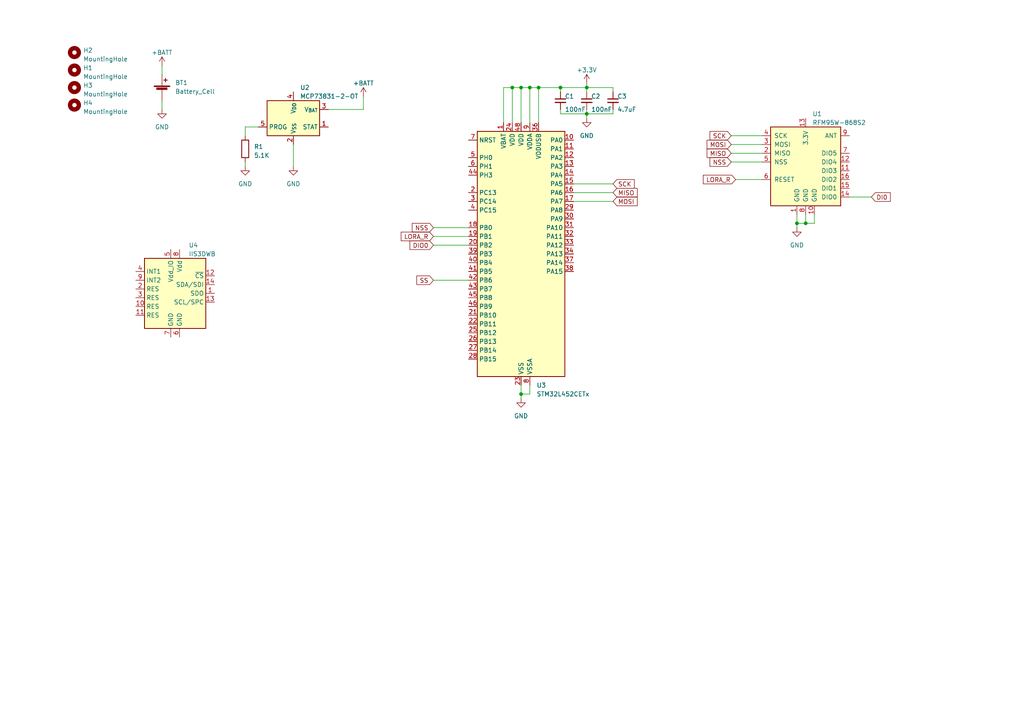
<source format=kicad_sch>
(kicad_sch (version 20230121) (generator eeschema)

  (uuid a77ab90a-4ade-49bb-804d-1c140881660e)

  (paper "A4")

  (lib_symbols
    (symbol "Battery_Management:MCP73831-2-OT" (in_bom yes) (on_board yes)
      (property "Reference" "U" (at -7.62 6.35 0)
        (effects (font (size 1.27 1.27)) (justify left))
      )
      (property "Value" "MCP73831-2-OT" (at 1.27 6.35 0)
        (effects (font (size 1.27 1.27)) (justify left))
      )
      (property "Footprint" "Package_TO_SOT_SMD:SOT-23-5" (at 1.27 -6.35 0)
        (effects (font (size 1.27 1.27) italic) (justify left) hide)
      )
      (property "Datasheet" "http://ww1.microchip.com/downloads/en/DeviceDoc/20001984g.pdf" (at -3.81 -1.27 0)
        (effects (font (size 1.27 1.27)) hide)
      )
      (property "ki_keywords" "battery charger lithium" (at 0 0 0)
        (effects (font (size 1.27 1.27)) hide)
      )
      (property "ki_description" "Single cell, Li-Ion/Li-Po charge management controller, 4.20V, Tri-State Status Output, in SOT23-5 package" (at 0 0 0)
        (effects (font (size 1.27 1.27)) hide)
      )
      (property "ki_fp_filters" "SOT?23*" (at 0 0 0)
        (effects (font (size 1.27 1.27)) hide)
      )
      (symbol "MCP73831-2-OT_0_1"
        (rectangle (start -7.62 5.08) (end 7.62 -5.08)
          (stroke (width 0.254) (type default))
          (fill (type background))
        )
      )
      (symbol "MCP73831-2-OT_1_1"
        (pin output line (at 10.16 -2.54 180) (length 2.54)
          (name "STAT" (effects (font (size 1.27 1.27))))
          (number "1" (effects (font (size 1.27 1.27))))
        )
        (pin power_in line (at 0 -7.62 90) (length 2.54)
          (name "V_{SS}" (effects (font (size 1.27 1.27))))
          (number "2" (effects (font (size 1.27 1.27))))
        )
        (pin power_out line (at 10.16 2.54 180) (length 2.54)
          (name "V_{BAT}" (effects (font (size 1.27 1.27))))
          (number "3" (effects (font (size 1.27 1.27))))
        )
        (pin power_in line (at 0 7.62 270) (length 2.54)
          (name "V_{DD}" (effects (font (size 1.27 1.27))))
          (number "4" (effects (font (size 1.27 1.27))))
        )
        (pin input line (at -10.16 -2.54 0) (length 2.54)
          (name "PROG" (effects (font (size 1.27 1.27))))
          (number "5" (effects (font (size 1.27 1.27))))
        )
      )
    )
    (symbol "Device:Battery_Cell" (pin_numbers hide) (pin_names (offset 0) hide) (in_bom yes) (on_board yes)
      (property "Reference" "BT" (at 2.54 2.54 0)
        (effects (font (size 1.27 1.27)) (justify left))
      )
      (property "Value" "Battery_Cell" (at 2.54 0 0)
        (effects (font (size 1.27 1.27)) (justify left))
      )
      (property "Footprint" "" (at 0 1.524 90)
        (effects (font (size 1.27 1.27)) hide)
      )
      (property "Datasheet" "~" (at 0 1.524 90)
        (effects (font (size 1.27 1.27)) hide)
      )
      (property "ki_keywords" "battery cell" (at 0 0 0)
        (effects (font (size 1.27 1.27)) hide)
      )
      (property "ki_description" "Single-cell battery" (at 0 0 0)
        (effects (font (size 1.27 1.27)) hide)
      )
      (symbol "Battery_Cell_0_1"
        (rectangle (start -2.286 1.778) (end 2.286 1.524)
          (stroke (width 0) (type default))
          (fill (type outline))
        )
        (rectangle (start -1.5748 1.1938) (end 1.4732 0.6858)
          (stroke (width 0) (type default))
          (fill (type outline))
        )
        (polyline
          (pts
            (xy 0 0.762)
            (xy 0 0)
          )
          (stroke (width 0) (type default))
          (fill (type none))
        )
        (polyline
          (pts
            (xy 0 1.778)
            (xy 0 2.54)
          )
          (stroke (width 0) (type default))
          (fill (type none))
        )
        (polyline
          (pts
            (xy 0.508 3.429)
            (xy 1.524 3.429)
          )
          (stroke (width 0.254) (type default))
          (fill (type none))
        )
        (polyline
          (pts
            (xy 1.016 3.937)
            (xy 1.016 2.921)
          )
          (stroke (width 0.254) (type default))
          (fill (type none))
        )
      )
      (symbol "Battery_Cell_1_1"
        (pin passive line (at 0 5.08 270) (length 2.54)
          (name "+" (effects (font (size 1.27 1.27))))
          (number "1" (effects (font (size 1.27 1.27))))
        )
        (pin passive line (at 0 -2.54 90) (length 2.54)
          (name "-" (effects (font (size 1.27 1.27))))
          (number "2" (effects (font (size 1.27 1.27))))
        )
      )
    )
    (symbol "Device:C_Small" (pin_numbers hide) (pin_names (offset 0.254) hide) (in_bom yes) (on_board yes)
      (property "Reference" "C" (at 0.254 1.778 0)
        (effects (font (size 1.27 1.27)) (justify left))
      )
      (property "Value" "C_Small" (at 0.254 -2.032 0)
        (effects (font (size 1.27 1.27)) (justify left))
      )
      (property "Footprint" "" (at 0 0 0)
        (effects (font (size 1.27 1.27)) hide)
      )
      (property "Datasheet" "~" (at 0 0 0)
        (effects (font (size 1.27 1.27)) hide)
      )
      (property "ki_keywords" "capacitor cap" (at 0 0 0)
        (effects (font (size 1.27 1.27)) hide)
      )
      (property "ki_description" "Unpolarized capacitor, small symbol" (at 0 0 0)
        (effects (font (size 1.27 1.27)) hide)
      )
      (property "ki_fp_filters" "C_*" (at 0 0 0)
        (effects (font (size 1.27 1.27)) hide)
      )
      (symbol "C_Small_0_1"
        (polyline
          (pts
            (xy -1.524 -0.508)
            (xy 1.524 -0.508)
          )
          (stroke (width 0.3302) (type default))
          (fill (type none))
        )
        (polyline
          (pts
            (xy -1.524 0.508)
            (xy 1.524 0.508)
          )
          (stroke (width 0.3048) (type default))
          (fill (type none))
        )
      )
      (symbol "C_Small_1_1"
        (pin passive line (at 0 2.54 270) (length 2.032)
          (name "~" (effects (font (size 1.27 1.27))))
          (number "1" (effects (font (size 1.27 1.27))))
        )
        (pin passive line (at 0 -2.54 90) (length 2.032)
          (name "~" (effects (font (size 1.27 1.27))))
          (number "2" (effects (font (size 1.27 1.27))))
        )
      )
    )
    (symbol "Device:R" (pin_numbers hide) (pin_names (offset 0)) (in_bom yes) (on_board yes)
      (property "Reference" "R" (at 2.032 0 90)
        (effects (font (size 1.27 1.27)))
      )
      (property "Value" "R" (at 0 0 90)
        (effects (font (size 1.27 1.27)))
      )
      (property "Footprint" "" (at -1.778 0 90)
        (effects (font (size 1.27 1.27)) hide)
      )
      (property "Datasheet" "~" (at 0 0 0)
        (effects (font (size 1.27 1.27)) hide)
      )
      (property "ki_keywords" "R res resistor" (at 0 0 0)
        (effects (font (size 1.27 1.27)) hide)
      )
      (property "ki_description" "Resistor" (at 0 0 0)
        (effects (font (size 1.27 1.27)) hide)
      )
      (property "ki_fp_filters" "R_*" (at 0 0 0)
        (effects (font (size 1.27 1.27)) hide)
      )
      (symbol "R_0_1"
        (rectangle (start -1.016 -2.54) (end 1.016 2.54)
          (stroke (width 0.254) (type default))
          (fill (type none))
        )
      )
      (symbol "R_1_1"
        (pin passive line (at 0 3.81 270) (length 1.27)
          (name "~" (effects (font (size 1.27 1.27))))
          (number "1" (effects (font (size 1.27 1.27))))
        )
        (pin passive line (at 0 -3.81 90) (length 1.27)
          (name "~" (effects (font (size 1.27 1.27))))
          (number "2" (effects (font (size 1.27 1.27))))
        )
      )
    )
    (symbol "MCU_ST_STM32L4:STM32L452CETx" (in_bom yes) (on_board yes)
      (property "Reference" "U" (at -12.7 36.83 0)
        (effects (font (size 1.27 1.27)) (justify left))
      )
      (property "Value" "STM32L452CETx" (at 7.62 36.83 0)
        (effects (font (size 1.27 1.27)) (justify left))
      )
      (property "Footprint" "Package_QFP:LQFP-48_7x7mm_P0.5mm" (at -12.7 -35.56 0)
        (effects (font (size 1.27 1.27)) (justify right) hide)
      )
      (property "Datasheet" "https://www.st.com/resource/en/datasheet/stm32l452ce.pdf" (at 0 0 0)
        (effects (font (size 1.27 1.27)) hide)
      )
      (property "ki_locked" "" (at 0 0 0)
        (effects (font (size 1.27 1.27)))
      )
      (property "ki_keywords" "Arm Cortex-M4 STM32L4 STM32L4x2" (at 0 0 0)
        (effects (font (size 1.27 1.27)) hide)
      )
      (property "ki_description" "STMicroelectronics Arm Cortex-M4 MCU, 512KB flash, 160KB RAM, 80 MHz, 1.71-3.6V, 38 GPIO, LQFP48" (at 0 0 0)
        (effects (font (size 1.27 1.27)) hide)
      )
      (property "ki_fp_filters" "LQFP*7x7mm*P0.5mm*" (at 0 0 0)
        (effects (font (size 1.27 1.27)) hide)
      )
      (symbol "STM32L452CETx_0_1"
        (rectangle (start -12.7 -35.56) (end 12.7 35.56)
          (stroke (width 0.254) (type default))
          (fill (type background))
        )
      )
      (symbol "STM32L452CETx_1_1"
        (pin power_in line (at -5.08 38.1 270) (length 2.54)
          (name "VBAT" (effects (font (size 1.27 1.27))))
          (number "1" (effects (font (size 1.27 1.27))))
        )
        (pin bidirectional line (at 15.24 33.02 180) (length 2.54)
          (name "PA0" (effects (font (size 1.27 1.27))))
          (number "10" (effects (font (size 1.27 1.27))))
          (alternate "ADC1_IN5" bidirectional line)
          (alternate "COMP1_INM" bidirectional line)
          (alternate "COMP1_OUT" bidirectional line)
          (alternate "OPAMP1_VINP" bidirectional line)
          (alternate "RTC_TAMP2" bidirectional line)
          (alternate "SAI1_EXTCLK" bidirectional line)
          (alternate "SYS_WKUP1" bidirectional line)
          (alternate "TIM2_CH1" bidirectional line)
          (alternate "TIM2_ETR" bidirectional line)
          (alternate "UART4_TX" bidirectional line)
          (alternate "USART2_CTS" bidirectional line)
        )
        (pin bidirectional line (at 15.24 30.48 180) (length 2.54)
          (name "PA1" (effects (font (size 1.27 1.27))))
          (number "11" (effects (font (size 1.27 1.27))))
          (alternate "ADC1_IN6" bidirectional line)
          (alternate "COMP1_INP" bidirectional line)
          (alternate "I2C1_SMBA" bidirectional line)
          (alternate "OPAMP1_VINM" bidirectional line)
          (alternate "SPI1_SCK" bidirectional line)
          (alternate "TIM15_CH1N" bidirectional line)
          (alternate "TIM2_CH2" bidirectional line)
          (alternate "UART4_RX" bidirectional line)
          (alternate "USART2_DE" bidirectional line)
          (alternate "USART2_RTS" bidirectional line)
        )
        (pin bidirectional line (at 15.24 27.94 180) (length 2.54)
          (name "PA2" (effects (font (size 1.27 1.27))))
          (number "12" (effects (font (size 1.27 1.27))))
          (alternate "ADC1_IN7" bidirectional line)
          (alternate "COMP2_INM" bidirectional line)
          (alternate "COMP2_OUT" bidirectional line)
          (alternate "LPUART1_TX" bidirectional line)
          (alternate "QUADSPI_BK1_NCS" bidirectional line)
          (alternate "RCC_LSCO" bidirectional line)
          (alternate "SYS_WKUP4" bidirectional line)
          (alternate "TIM15_CH1" bidirectional line)
          (alternate "TIM2_CH3" bidirectional line)
          (alternate "USART2_TX" bidirectional line)
        )
        (pin bidirectional line (at 15.24 25.4 180) (length 2.54)
          (name "PA3" (effects (font (size 1.27 1.27))))
          (number "13" (effects (font (size 1.27 1.27))))
          (alternate "ADC1_IN8" bidirectional line)
          (alternate "COMP2_INP" bidirectional line)
          (alternate "LPUART1_RX" bidirectional line)
          (alternate "OPAMP1_VOUT" bidirectional line)
          (alternate "QUADSPI_CLK" bidirectional line)
          (alternate "SAI1_MCLK_A" bidirectional line)
          (alternate "TIM15_CH2" bidirectional line)
          (alternate "TIM2_CH4" bidirectional line)
          (alternate "USART2_RX" bidirectional line)
        )
        (pin bidirectional line (at 15.24 22.86 180) (length 2.54)
          (name "PA4" (effects (font (size 1.27 1.27))))
          (number "14" (effects (font (size 1.27 1.27))))
          (alternate "ADC1_IN9" bidirectional line)
          (alternate "COMP1_INM" bidirectional line)
          (alternate "COMP2_INM" bidirectional line)
          (alternate "DAC1_OUT1" bidirectional line)
          (alternate "LPTIM2_OUT" bidirectional line)
          (alternate "SAI1_FS_B" bidirectional line)
          (alternate "SPI1_NSS" bidirectional line)
          (alternate "SPI3_NSS" bidirectional line)
          (alternate "USART2_CK" bidirectional line)
        )
        (pin bidirectional line (at 15.24 20.32 180) (length 2.54)
          (name "PA5" (effects (font (size 1.27 1.27))))
          (number "15" (effects (font (size 1.27 1.27))))
          (alternate "ADC1_IN10" bidirectional line)
          (alternate "COMP1_INM" bidirectional line)
          (alternate "COMP2_INM" bidirectional line)
          (alternate "DFSDM1_CKOUT" bidirectional line)
          (alternate "LPTIM2_ETR" bidirectional line)
          (alternate "SPI1_SCK" bidirectional line)
          (alternate "TIM2_CH1" bidirectional line)
          (alternate "TIM2_ETR" bidirectional line)
        )
        (pin bidirectional line (at 15.24 17.78 180) (length 2.54)
          (name "PA6" (effects (font (size 1.27 1.27))))
          (number "16" (effects (font (size 1.27 1.27))))
          (alternate "ADC1_IN11" bidirectional line)
          (alternate "COMP1_OUT" bidirectional line)
          (alternate "LPUART1_CTS" bidirectional line)
          (alternate "QUADSPI_BK1_IO3" bidirectional line)
          (alternate "SPI1_MISO" bidirectional line)
          (alternate "TIM16_CH1" bidirectional line)
          (alternate "TIM1_BKIN" bidirectional line)
          (alternate "TIM1_BKIN_COMP2" bidirectional line)
          (alternate "TIM3_CH1" bidirectional line)
          (alternate "USART3_CTS" bidirectional line)
        )
        (pin bidirectional line (at 15.24 15.24 180) (length 2.54)
          (name "PA7" (effects (font (size 1.27 1.27))))
          (number "17" (effects (font (size 1.27 1.27))))
          (alternate "ADC1_IN12" bidirectional line)
          (alternate "COMP2_OUT" bidirectional line)
          (alternate "DFSDM1_DATIN0" bidirectional line)
          (alternate "I2C3_SCL" bidirectional line)
          (alternate "QUADSPI_BK1_IO2" bidirectional line)
          (alternate "SPI1_MOSI" bidirectional line)
          (alternate "TIM1_CH1N" bidirectional line)
          (alternate "TIM3_CH2" bidirectional line)
        )
        (pin bidirectional line (at -15.24 7.62 0) (length 2.54)
          (name "PB0" (effects (font (size 1.27 1.27))))
          (number "18" (effects (font (size 1.27 1.27))))
          (alternate "ADC1_IN15" bidirectional line)
          (alternate "COMP1_OUT" bidirectional line)
          (alternate "DFSDM1_CKIN0" bidirectional line)
          (alternate "QUADSPI_BK1_IO1" bidirectional line)
          (alternate "SAI1_EXTCLK" bidirectional line)
          (alternate "SPI1_NSS" bidirectional line)
          (alternate "TIM1_CH2N" bidirectional line)
          (alternate "TIM3_CH3" bidirectional line)
          (alternate "USART3_CK" bidirectional line)
        )
        (pin bidirectional line (at -15.24 5.08 0) (length 2.54)
          (name "PB1" (effects (font (size 1.27 1.27))))
          (number "19" (effects (font (size 1.27 1.27))))
          (alternate "ADC1_IN16" bidirectional line)
          (alternate "COMP1_INM" bidirectional line)
          (alternate "DFSDM1_DATIN0" bidirectional line)
          (alternate "LPTIM2_IN1" bidirectional line)
          (alternate "LPUART1_DE" bidirectional line)
          (alternate "LPUART1_RTS" bidirectional line)
          (alternate "QUADSPI_BK1_IO0" bidirectional line)
          (alternate "TIM1_CH3N" bidirectional line)
          (alternate "TIM3_CH4" bidirectional line)
          (alternate "USART3_DE" bidirectional line)
          (alternate "USART3_RTS" bidirectional line)
        )
        (pin bidirectional line (at -15.24 17.78 0) (length 2.54)
          (name "PC13" (effects (font (size 1.27 1.27))))
          (number "2" (effects (font (size 1.27 1.27))))
          (alternate "RTC_OUT_ALARM" bidirectional line)
          (alternate "RTC_OUT_CALIB" bidirectional line)
          (alternate "RTC_TAMP1" bidirectional line)
          (alternate "RTC_TS" bidirectional line)
          (alternate "SYS_WKUP2" bidirectional line)
        )
        (pin bidirectional line (at -15.24 2.54 0) (length 2.54)
          (name "PB2" (effects (font (size 1.27 1.27))))
          (number "20" (effects (font (size 1.27 1.27))))
          (alternate "COMP1_INP" bidirectional line)
          (alternate "DFSDM1_CKIN0" bidirectional line)
          (alternate "I2C3_SMBA" bidirectional line)
          (alternate "LPTIM1_OUT" bidirectional line)
          (alternate "RTC_OUT_ALARM" bidirectional line)
          (alternate "RTC_OUT_CALIB" bidirectional line)
        )
        (pin bidirectional line (at -15.24 -17.78 0) (length 2.54)
          (name "PB10" (effects (font (size 1.27 1.27))))
          (number "21" (effects (font (size 1.27 1.27))))
          (alternate "COMP1_OUT" bidirectional line)
          (alternate "I2C2_SCL" bidirectional line)
          (alternate "I2C4_SCL" bidirectional line)
          (alternate "LPUART1_RX" bidirectional line)
          (alternate "QUADSPI_CLK" bidirectional line)
          (alternate "SAI1_SCK_A" bidirectional line)
          (alternate "SPI2_SCK" bidirectional line)
          (alternate "TIM2_CH3" bidirectional line)
          (alternate "TSC_SYNC" bidirectional line)
          (alternate "USART3_TX" bidirectional line)
        )
        (pin bidirectional line (at -15.24 -20.32 0) (length 2.54)
          (name "PB11" (effects (font (size 1.27 1.27))))
          (number "22" (effects (font (size 1.27 1.27))))
          (alternate "ADC1_EXTI11" bidirectional line)
          (alternate "COMP2_OUT" bidirectional line)
          (alternate "I2C2_SDA" bidirectional line)
          (alternate "I2C4_SDA" bidirectional line)
          (alternate "LPUART1_TX" bidirectional line)
          (alternate "QUADSPI_BK1_NCS" bidirectional line)
          (alternate "TIM2_CH4" bidirectional line)
          (alternate "USART3_RX" bidirectional line)
        )
        (pin power_in line (at 0 -38.1 90) (length 2.54)
          (name "VSS" (effects (font (size 1.27 1.27))))
          (number "23" (effects (font (size 1.27 1.27))))
        )
        (pin power_in line (at -2.54 38.1 270) (length 2.54)
          (name "VDD" (effects (font (size 1.27 1.27))))
          (number "24" (effects (font (size 1.27 1.27))))
        )
        (pin bidirectional line (at -15.24 -22.86 0) (length 2.54)
          (name "PB12" (effects (font (size 1.27 1.27))))
          (number "25" (effects (font (size 1.27 1.27))))
          (alternate "CAN1_RX" bidirectional line)
          (alternate "DFSDM1_DATIN1" bidirectional line)
          (alternate "I2C2_SMBA" bidirectional line)
          (alternate "LPUART1_DE" bidirectional line)
          (alternate "LPUART1_RTS" bidirectional line)
          (alternate "SAI1_FS_A" bidirectional line)
          (alternate "SPI2_NSS" bidirectional line)
          (alternate "TIM15_BKIN" bidirectional line)
          (alternate "TIM1_BKIN" bidirectional line)
          (alternate "TIM1_BKIN_COMP2" bidirectional line)
          (alternate "TSC_G1_IO1" bidirectional line)
          (alternate "USART3_CK" bidirectional line)
        )
        (pin bidirectional line (at -15.24 -25.4 0) (length 2.54)
          (name "PB13" (effects (font (size 1.27 1.27))))
          (number "26" (effects (font (size 1.27 1.27))))
          (alternate "CAN1_TX" bidirectional line)
          (alternate "DFSDM1_CKIN1" bidirectional line)
          (alternate "I2C2_SCL" bidirectional line)
          (alternate "LPUART1_CTS" bidirectional line)
          (alternate "SAI1_SCK_A" bidirectional line)
          (alternate "SPI2_SCK" bidirectional line)
          (alternate "TIM15_CH1N" bidirectional line)
          (alternate "TIM1_CH1N" bidirectional line)
          (alternate "TSC_G1_IO2" bidirectional line)
          (alternate "USART3_CTS" bidirectional line)
        )
        (pin bidirectional line (at -15.24 -27.94 0) (length 2.54)
          (name "PB14" (effects (font (size 1.27 1.27))))
          (number "27" (effects (font (size 1.27 1.27))))
          (alternate "DFSDM1_DATIN2" bidirectional line)
          (alternate "I2C2_SDA" bidirectional line)
          (alternate "SAI1_MCLK_A" bidirectional line)
          (alternate "SPI2_MISO" bidirectional line)
          (alternate "TIM15_CH1" bidirectional line)
          (alternate "TIM1_CH2N" bidirectional line)
          (alternate "TSC_G1_IO3" bidirectional line)
          (alternate "USART3_DE" bidirectional line)
          (alternate "USART3_RTS" bidirectional line)
        )
        (pin bidirectional line (at -15.24 -30.48 0) (length 2.54)
          (name "PB15" (effects (font (size 1.27 1.27))))
          (number "28" (effects (font (size 1.27 1.27))))
          (alternate "ADC1_EXTI15" bidirectional line)
          (alternate "DFSDM1_CKIN2" bidirectional line)
          (alternate "RTC_REFIN" bidirectional line)
          (alternate "SAI1_SD_A" bidirectional line)
          (alternate "SPI2_MOSI" bidirectional line)
          (alternate "TIM15_CH2" bidirectional line)
          (alternate "TIM1_CH3N" bidirectional line)
          (alternate "TSC_G1_IO4" bidirectional line)
        )
        (pin bidirectional line (at 15.24 12.7 180) (length 2.54)
          (name "PA8" (effects (font (size 1.27 1.27))))
          (number "29" (effects (font (size 1.27 1.27))))
          (alternate "DFSDM1_CKIN1" bidirectional line)
          (alternate "LPTIM2_OUT" bidirectional line)
          (alternate "RCC_MCO" bidirectional line)
          (alternate "SAI1_SCK_A" bidirectional line)
          (alternate "TIM1_CH1" bidirectional line)
          (alternate "USART1_CK" bidirectional line)
        )
        (pin bidirectional line (at -15.24 15.24 0) (length 2.54)
          (name "PC14" (effects (font (size 1.27 1.27))))
          (number "3" (effects (font (size 1.27 1.27))))
          (alternate "RCC_OSC32_IN" bidirectional line)
        )
        (pin bidirectional line (at 15.24 10.16 180) (length 2.54)
          (name "PA9" (effects (font (size 1.27 1.27))))
          (number "30" (effects (font (size 1.27 1.27))))
          (alternate "DAC1_EXTI9" bidirectional line)
          (alternate "DFSDM1_DATIN1" bidirectional line)
          (alternate "I2C1_SCL" bidirectional line)
          (alternate "SAI1_FS_A" bidirectional line)
          (alternate "TIM15_BKIN" bidirectional line)
          (alternate "TIM1_CH2" bidirectional line)
          (alternate "USART1_TX" bidirectional line)
        )
        (pin bidirectional line (at 15.24 7.62 180) (length 2.54)
          (name "PA10" (effects (font (size 1.27 1.27))))
          (number "31" (effects (font (size 1.27 1.27))))
          (alternate "CRS_SYNC" bidirectional line)
          (alternate "I2C1_SDA" bidirectional line)
          (alternate "SAI1_SD_A" bidirectional line)
          (alternate "TIM1_CH3" bidirectional line)
          (alternate "USART1_RX" bidirectional line)
        )
        (pin bidirectional line (at 15.24 5.08 180) (length 2.54)
          (name "PA11" (effects (font (size 1.27 1.27))))
          (number "32" (effects (font (size 1.27 1.27))))
          (alternate "ADC1_EXTI11" bidirectional line)
          (alternate "CAN1_RX" bidirectional line)
          (alternate "COMP1_OUT" bidirectional line)
          (alternate "SPI1_MISO" bidirectional line)
          (alternate "TIM1_BKIN2" bidirectional line)
          (alternate "TIM1_BKIN2_COMP1" bidirectional line)
          (alternate "TIM1_CH4" bidirectional line)
          (alternate "USART1_CTS" bidirectional line)
          (alternate "USB_DM" bidirectional line)
        )
        (pin bidirectional line (at 15.24 2.54 180) (length 2.54)
          (name "PA12" (effects (font (size 1.27 1.27))))
          (number "33" (effects (font (size 1.27 1.27))))
          (alternate "CAN1_TX" bidirectional line)
          (alternate "SPI1_MOSI" bidirectional line)
          (alternate "TIM1_ETR" bidirectional line)
          (alternate "USART1_DE" bidirectional line)
          (alternate "USART1_RTS" bidirectional line)
          (alternate "USB_DP" bidirectional line)
        )
        (pin bidirectional line (at 15.24 0 180) (length 2.54)
          (name "PA13" (effects (font (size 1.27 1.27))))
          (number "34" (effects (font (size 1.27 1.27))))
          (alternate "IR_OUT" bidirectional line)
          (alternate "SAI1_SD_B" bidirectional line)
          (alternate "SYS_JTMS-SWDIO" bidirectional line)
          (alternate "USB_NOE" bidirectional line)
        )
        (pin passive line (at 0 -38.1 90) (length 2.54) hide
          (name "VSS" (effects (font (size 1.27 1.27))))
          (number "35" (effects (font (size 1.27 1.27))))
        )
        (pin power_in line (at 5.08 38.1 270) (length 2.54)
          (name "VDDUSB" (effects (font (size 1.27 1.27))))
          (number "36" (effects (font (size 1.27 1.27))))
        )
        (pin bidirectional line (at 15.24 -2.54 180) (length 2.54)
          (name "PA14" (effects (font (size 1.27 1.27))))
          (number "37" (effects (font (size 1.27 1.27))))
          (alternate "I2C1_SMBA" bidirectional line)
          (alternate "I2C4_SMBA" bidirectional line)
          (alternate "LPTIM1_OUT" bidirectional line)
          (alternate "SAI1_FS_B" bidirectional line)
          (alternate "SYS_JTCK-SWCLK" bidirectional line)
        )
        (pin bidirectional line (at 15.24 -5.08 180) (length 2.54)
          (name "PA15" (effects (font (size 1.27 1.27))))
          (number "38" (effects (font (size 1.27 1.27))))
          (alternate "ADC1_EXTI15" bidirectional line)
          (alternate "SPI1_NSS" bidirectional line)
          (alternate "SPI3_NSS" bidirectional line)
          (alternate "SYS_JTDI" bidirectional line)
          (alternate "TIM2_CH1" bidirectional line)
          (alternate "TIM2_ETR" bidirectional line)
          (alternate "UART4_DE" bidirectional line)
          (alternate "UART4_RTS" bidirectional line)
          (alternate "USART2_RX" bidirectional line)
          (alternate "USART3_DE" bidirectional line)
          (alternate "USART3_RTS" bidirectional line)
        )
        (pin bidirectional line (at -15.24 0 0) (length 2.54)
          (name "PB3" (effects (font (size 1.27 1.27))))
          (number "39" (effects (font (size 1.27 1.27))))
          (alternate "COMP2_INM" bidirectional line)
          (alternate "SAI1_SCK_B" bidirectional line)
          (alternate "SPI1_SCK" bidirectional line)
          (alternate "SPI3_SCK" bidirectional line)
          (alternate "SYS_JTDO-SWO" bidirectional line)
          (alternate "TIM2_CH2" bidirectional line)
          (alternate "USART1_DE" bidirectional line)
          (alternate "USART1_RTS" bidirectional line)
        )
        (pin bidirectional line (at -15.24 12.7 0) (length 2.54)
          (name "PC15" (effects (font (size 1.27 1.27))))
          (number "4" (effects (font (size 1.27 1.27))))
          (alternate "ADC1_EXTI15" bidirectional line)
          (alternate "RCC_OSC32_OUT" bidirectional line)
        )
        (pin bidirectional line (at -15.24 -2.54 0) (length 2.54)
          (name "PB4" (effects (font (size 1.27 1.27))))
          (number "40" (effects (font (size 1.27 1.27))))
          (alternate "COMP2_INP" bidirectional line)
          (alternate "I2C3_SDA" bidirectional line)
          (alternate "SAI1_MCLK_B" bidirectional line)
          (alternate "SPI1_MISO" bidirectional line)
          (alternate "SPI3_MISO" bidirectional line)
          (alternate "SYS_JTRST" bidirectional line)
          (alternate "TIM3_CH1" bidirectional line)
          (alternate "TSC_G2_IO1" bidirectional line)
          (alternate "USART1_CTS" bidirectional line)
        )
        (pin bidirectional line (at -15.24 -5.08 0) (length 2.54)
          (name "PB5" (effects (font (size 1.27 1.27))))
          (number "41" (effects (font (size 1.27 1.27))))
          (alternate "CAN1_RX" bidirectional line)
          (alternate "COMP2_OUT" bidirectional line)
          (alternate "I2C1_SMBA" bidirectional line)
          (alternate "LPTIM1_IN1" bidirectional line)
          (alternate "SAI1_SD_B" bidirectional line)
          (alternate "SPI1_MOSI" bidirectional line)
          (alternate "SPI3_MOSI" bidirectional line)
          (alternate "TIM16_BKIN" bidirectional line)
          (alternate "TIM3_CH2" bidirectional line)
          (alternate "TSC_G2_IO2" bidirectional line)
          (alternate "USART1_CK" bidirectional line)
        )
        (pin bidirectional line (at -15.24 -7.62 0) (length 2.54)
          (name "PB6" (effects (font (size 1.27 1.27))))
          (number "42" (effects (font (size 1.27 1.27))))
          (alternate "CAN1_TX" bidirectional line)
          (alternate "COMP2_INP" bidirectional line)
          (alternate "I2C1_SCL" bidirectional line)
          (alternate "I2C4_SCL" bidirectional line)
          (alternate "LPTIM1_ETR" bidirectional line)
          (alternate "SAI1_FS_B" bidirectional line)
          (alternate "TIM16_CH1N" bidirectional line)
          (alternate "TSC_G2_IO3" bidirectional line)
          (alternate "USART1_TX" bidirectional line)
        )
        (pin bidirectional line (at -15.24 -10.16 0) (length 2.54)
          (name "PB7" (effects (font (size 1.27 1.27))))
          (number "43" (effects (font (size 1.27 1.27))))
          (alternate "COMP2_INM" bidirectional line)
          (alternate "I2C1_SDA" bidirectional line)
          (alternate "I2C4_SDA" bidirectional line)
          (alternate "LPTIM1_IN2" bidirectional line)
          (alternate "SYS_PVD_IN" bidirectional line)
          (alternate "TSC_G2_IO4" bidirectional line)
          (alternate "UART4_CTS" bidirectional line)
          (alternate "USART1_RX" bidirectional line)
        )
        (pin bidirectional line (at -15.24 22.86 0) (length 2.54)
          (name "PH3" (effects (font (size 1.27 1.27))))
          (number "44" (effects (font (size 1.27 1.27))))
        )
        (pin bidirectional line (at -15.24 -12.7 0) (length 2.54)
          (name "PB8" (effects (font (size 1.27 1.27))))
          (number "45" (effects (font (size 1.27 1.27))))
          (alternate "CAN1_RX" bidirectional line)
          (alternate "I2C1_SCL" bidirectional line)
          (alternate "SAI1_MCLK_A" bidirectional line)
          (alternate "TIM16_CH1" bidirectional line)
        )
        (pin bidirectional line (at -15.24 -15.24 0) (length 2.54)
          (name "PB9" (effects (font (size 1.27 1.27))))
          (number "46" (effects (font (size 1.27 1.27))))
          (alternate "CAN1_TX" bidirectional line)
          (alternate "DAC1_EXTI9" bidirectional line)
          (alternate "I2C1_SDA" bidirectional line)
          (alternate "IR_OUT" bidirectional line)
          (alternate "SAI1_FS_A" bidirectional line)
          (alternate "SPI2_NSS" bidirectional line)
        )
        (pin passive line (at 0 -38.1 90) (length 2.54) hide
          (name "VSS" (effects (font (size 1.27 1.27))))
          (number "47" (effects (font (size 1.27 1.27))))
        )
        (pin power_in line (at 0 38.1 270) (length 2.54)
          (name "VDD" (effects (font (size 1.27 1.27))))
          (number "48" (effects (font (size 1.27 1.27))))
        )
        (pin bidirectional line (at -15.24 27.94 0) (length 2.54)
          (name "PH0" (effects (font (size 1.27 1.27))))
          (number "5" (effects (font (size 1.27 1.27))))
          (alternate "RCC_OSC_IN" bidirectional line)
        )
        (pin bidirectional line (at -15.24 25.4 0) (length 2.54)
          (name "PH1" (effects (font (size 1.27 1.27))))
          (number "6" (effects (font (size 1.27 1.27))))
          (alternate "RCC_OSC_OUT" bidirectional line)
        )
        (pin input line (at -15.24 33.02 0) (length 2.54)
          (name "NRST" (effects (font (size 1.27 1.27))))
          (number "7" (effects (font (size 1.27 1.27))))
        )
        (pin power_in line (at 2.54 -38.1 90) (length 2.54)
          (name "VSSA" (effects (font (size 1.27 1.27))))
          (number "8" (effects (font (size 1.27 1.27))))
        )
        (pin power_in line (at 2.54 38.1 270) (length 2.54)
          (name "VDDA" (effects (font (size 1.27 1.27))))
          (number "9" (effects (font (size 1.27 1.27))))
        )
      )
    )
    (symbol "Mechanical:MountingHole" (pin_names (offset 1.016)) (in_bom yes) (on_board yes)
      (property "Reference" "H" (at 0 5.08 0)
        (effects (font (size 1.27 1.27)))
      )
      (property "Value" "MountingHole" (at 0 3.175 0)
        (effects (font (size 1.27 1.27)))
      )
      (property "Footprint" "" (at 0 0 0)
        (effects (font (size 1.27 1.27)) hide)
      )
      (property "Datasheet" "~" (at 0 0 0)
        (effects (font (size 1.27 1.27)) hide)
      )
      (property "ki_keywords" "mounting hole" (at 0 0 0)
        (effects (font (size 1.27 1.27)) hide)
      )
      (property "ki_description" "Mounting Hole without connection" (at 0 0 0)
        (effects (font (size 1.27 1.27)) hide)
      )
      (property "ki_fp_filters" "MountingHole*" (at 0 0 0)
        (effects (font (size 1.27 1.27)) hide)
      )
      (symbol "MountingHole_0_1"
        (circle (center 0 0) (radius 1.27)
          (stroke (width 1.27) (type default))
          (fill (type none))
        )
      )
    )
    (symbol "RF_Module:RFM95W-868S2" (pin_names (offset 1.016)) (in_bom yes) (on_board yes)
      (property "Reference" "U" (at -10.414 11.684 0)
        (effects (font (size 1.27 1.27)) (justify left))
      )
      (property "Value" "RFM95W-868S2" (at 1.524 11.43 0)
        (effects (font (size 1.27 1.27)) (justify left))
      )
      (property "Footprint" "" (at -83.82 41.91 0)
        (effects (font (size 1.27 1.27)) hide)
      )
      (property "Datasheet" "https://www.hoperf.com/data/upload/portal/20181127/5bfcbea20e9ef.pdf" (at -83.82 41.91 0)
        (effects (font (size 1.27 1.27)) hide)
      )
      (property "ki_keywords" "Low power long range transceiver module" (at 0 0 0)
        (effects (font (size 1.27 1.27)) hide)
      )
      (property "ki_description" "Low power long range transceiver module, SPI and parallel interface, 868 MHz, spreading factor 6 to12, bandwidth 7.8 to 500kHz, -111 to -148 dBm, SMD-16, DIP-16" (at 0 0 0)
        (effects (font (size 1.27 1.27)) hide)
      )
      (property "ki_fp_filters" "HOPERF*RFM9XW*" (at 0 0 0)
        (effects (font (size 1.27 1.27)) hide)
      )
      (symbol "RFM95W-868S2_0_1"
        (rectangle (start -10.16 10.16) (end 10.16 -12.7)
          (stroke (width 0.254) (type default))
          (fill (type background))
        )
      )
      (symbol "RFM95W-868S2_1_1"
        (pin power_in line (at -2.54 -15.24 90) (length 2.54)
          (name "GND" (effects (font (size 1.27 1.27))))
          (number "1" (effects (font (size 1.27 1.27))))
        )
        (pin power_in line (at 2.54 -15.24 90) (length 2.54)
          (name "GND" (effects (font (size 1.27 1.27))))
          (number "10" (effects (font (size 1.27 1.27))))
        )
        (pin bidirectional line (at 12.7 -2.54 180) (length 2.54)
          (name "DIO3" (effects (font (size 1.27 1.27))))
          (number "11" (effects (font (size 1.27 1.27))))
        )
        (pin bidirectional line (at 12.7 0 180) (length 2.54)
          (name "DIO4" (effects (font (size 1.27 1.27))))
          (number "12" (effects (font (size 1.27 1.27))))
        )
        (pin power_in line (at 0 12.7 270) (length 2.54)
          (name "3.3V" (effects (font (size 1.27 1.27))))
          (number "13" (effects (font (size 1.27 1.27))))
        )
        (pin bidirectional line (at 12.7 -10.16 180) (length 2.54)
          (name "DIO0" (effects (font (size 1.27 1.27))))
          (number "14" (effects (font (size 1.27 1.27))))
        )
        (pin bidirectional line (at 12.7 -7.62 180) (length 2.54)
          (name "DIO1" (effects (font (size 1.27 1.27))))
          (number "15" (effects (font (size 1.27 1.27))))
        )
        (pin bidirectional line (at 12.7 -5.08 180) (length 2.54)
          (name "DIO2" (effects (font (size 1.27 1.27))))
          (number "16" (effects (font (size 1.27 1.27))))
        )
        (pin output line (at -12.7 2.54 0) (length 2.54)
          (name "MISO" (effects (font (size 1.27 1.27))))
          (number "2" (effects (font (size 1.27 1.27))))
        )
        (pin input line (at -12.7 5.08 0) (length 2.54)
          (name "MOSI" (effects (font (size 1.27 1.27))))
          (number "3" (effects (font (size 1.27 1.27))))
        )
        (pin input line (at -12.7 7.62 0) (length 2.54)
          (name "SCK" (effects (font (size 1.27 1.27))))
          (number "4" (effects (font (size 1.27 1.27))))
        )
        (pin input line (at -12.7 0 0) (length 2.54)
          (name "NSS" (effects (font (size 1.27 1.27))))
          (number "5" (effects (font (size 1.27 1.27))))
        )
        (pin bidirectional line (at -12.7 -5.08 0) (length 2.54)
          (name "RESET" (effects (font (size 1.27 1.27))))
          (number "6" (effects (font (size 1.27 1.27))))
        )
        (pin bidirectional line (at 12.7 2.54 180) (length 2.54)
          (name "DIO5" (effects (font (size 1.27 1.27))))
          (number "7" (effects (font (size 1.27 1.27))))
        )
        (pin power_in line (at 0 -15.24 90) (length 2.54)
          (name "GND" (effects (font (size 1.27 1.27))))
          (number "8" (effects (font (size 1.27 1.27))))
        )
        (pin bidirectional line (at 12.7 7.62 180) (length 2.54)
          (name "ANT" (effects (font (size 1.27 1.27))))
          (number "9" (effects (font (size 1.27 1.27))))
        )
      )
    )
    (symbol "Sensors_sym:IS3DWB" (in_bom yes) (on_board yes)
      (property "Reference" "U" (at -8.89 11.43 0)
        (effects (font (size 1.27 1.27)) (justify right))
      )
      (property "Value" "LIS2DH" (at 3.81 11.43 0)
        (effects (font (size 1.27 1.27)) (justify left))
      )
      (property "Footprint" "Package_LGA:LGA-14_3x2.5mm_P0.5mm_LayoutBorder3x4y" (at 0 -11.43 0)
        (effects (font (size 1.27 1.27)) hide)
      )
      (property "Datasheet" "http://www.st.com/web/en/resource/technical/document/datasheet/DM00042751.pdf" (at 0 -15.24 0)
        (effects (font (size 1.27 1.27)) hide)
      )
      (property "ki_keywords" "3-axis accelerometer spi mems LGA-14" (at 0 0 0)
        (effects (font (size 1.27 1.27)) hide)
      )
      (property "ki_description" "3-Axis Accelerometer, 2/4/8/16g range, I2C/SPI interface, LGA-14" (at 0 0 0)
        (effects (font (size 1.27 1.27)) hide)
      )
      (property "ki_fp_filters" "LGA*2x2mm*P0.35mm*LayoutBorder3x4y*" (at 0 0 0)
        (effects (font (size 1.27 1.27)) hide)
      )
      (symbol "IS3DWB_0_1"
        (rectangle (start -7.62 10.16) (end 10.16 -10.16)
          (stroke (width 0.254) (type default))
          (fill (type background))
        )
      )
      (symbol "IS3DWB_1_1"
        (pin output line (at -10.16 0 0) (length 2.54)
          (name "SDO" (effects (font (size 1.27 1.27))))
          (number "1" (effects (font (size 1.27 1.27))))
          (alternate "SA0" passive line)
        )
        (pin output line (at 12.7 -3.81 180) (length 2.54)
          (name "RES" (effects (font (size 1.27 1.27))))
          (number "10" (effects (font (size 1.27 1.27))))
        )
        (pin output line (at 12.7 -6.35 180) (length 2.54)
          (name "RES" (effects (font (size 1.27 1.27))))
          (number "11" (effects (font (size 1.27 1.27))))
        )
        (pin input line (at -10.16 5.08 0) (length 2.54)
          (name "~{CS}" (effects (font (size 1.27 1.27))))
          (number "12" (effects (font (size 1.27 1.27))))
        )
        (pin input line (at -10.16 -2.54 0) (length 2.54)
          (name "SCL/SPC" (effects (font (size 1.27 1.27))))
          (number "13" (effects (font (size 1.27 1.27))))
        )
        (pin bidirectional line (at -10.16 2.54 0) (length 2.54)
          (name "SDA/SDI" (effects (font (size 1.27 1.27))))
          (number "14" (effects (font (size 1.27 1.27))))
        )
        (pin output line (at 12.7 1.27 180) (length 2.54)
          (name "RES" (effects (font (size 1.27 1.27))))
          (number "2" (effects (font (size 1.27 1.27))))
        )
        (pin output line (at 12.7 -1.27 180) (length 2.54)
          (name "RES" (effects (font (size 1.27 1.27))))
          (number "3" (effects (font (size 1.27 1.27))))
        )
        (pin output line (at 12.7 6.35 180) (length 2.54)
          (name "INT1" (effects (font (size 1.27 1.27))))
          (number "4" (effects (font (size 1.27 1.27))))
        )
        (pin power_in line (at 2.54 12.7 270) (length 2.54)
          (name "Vdd_IO" (effects (font (size 1.27 1.27))))
          (number "5" (effects (font (size 1.27 1.27))))
        )
        (pin power_in line (at 0 -12.7 90) (length 2.54)
          (name "GND" (effects (font (size 1.27 1.27))))
          (number "6" (effects (font (size 1.27 1.27))))
        )
        (pin power_in line (at 2.54 -12.7 90) (length 2.54)
          (name "GND" (effects (font (size 1.27 1.27))))
          (number "7" (effects (font (size 1.27 1.27))))
        )
        (pin power_in line (at 0 12.7 270) (length 2.54)
          (name "Vdd" (effects (font (size 1.27 1.27))))
          (number "8" (effects (font (size 1.27 1.27))))
        )
        (pin output line (at 12.7 3.81 180) (length 2.54)
          (name "INT2" (effects (font (size 1.27 1.27))))
          (number "9" (effects (font (size 1.27 1.27))))
        )
      )
    )
    (symbol "power:+3.3V" (power) (pin_names (offset 0)) (in_bom yes) (on_board yes)
      (property "Reference" "#PWR" (at 0 -3.81 0)
        (effects (font (size 1.27 1.27)) hide)
      )
      (property "Value" "+3.3V" (at 0 3.556 0)
        (effects (font (size 1.27 1.27)))
      )
      (property "Footprint" "" (at 0 0 0)
        (effects (font (size 1.27 1.27)) hide)
      )
      (property "Datasheet" "" (at 0 0 0)
        (effects (font (size 1.27 1.27)) hide)
      )
      (property "ki_keywords" "global power" (at 0 0 0)
        (effects (font (size 1.27 1.27)) hide)
      )
      (property "ki_description" "Power symbol creates a global label with name \"+3.3V\"" (at 0 0 0)
        (effects (font (size 1.27 1.27)) hide)
      )
      (symbol "+3.3V_0_1"
        (polyline
          (pts
            (xy -0.762 1.27)
            (xy 0 2.54)
          )
          (stroke (width 0) (type default))
          (fill (type none))
        )
        (polyline
          (pts
            (xy 0 0)
            (xy 0 2.54)
          )
          (stroke (width 0) (type default))
          (fill (type none))
        )
        (polyline
          (pts
            (xy 0 2.54)
            (xy 0.762 1.27)
          )
          (stroke (width 0) (type default))
          (fill (type none))
        )
      )
      (symbol "+3.3V_1_1"
        (pin power_in line (at 0 0 90) (length 0) hide
          (name "+3.3V" (effects (font (size 1.27 1.27))))
          (number "1" (effects (font (size 1.27 1.27))))
        )
      )
    )
    (symbol "power:+BATT" (power) (pin_names (offset 0)) (in_bom yes) (on_board yes)
      (property "Reference" "#PWR" (at 0 -3.81 0)
        (effects (font (size 1.27 1.27)) hide)
      )
      (property "Value" "+BATT" (at 0 3.556 0)
        (effects (font (size 1.27 1.27)))
      )
      (property "Footprint" "" (at 0 0 0)
        (effects (font (size 1.27 1.27)) hide)
      )
      (property "Datasheet" "" (at 0 0 0)
        (effects (font (size 1.27 1.27)) hide)
      )
      (property "ki_keywords" "global power battery" (at 0 0 0)
        (effects (font (size 1.27 1.27)) hide)
      )
      (property "ki_description" "Power symbol creates a global label with name \"+BATT\"" (at 0 0 0)
        (effects (font (size 1.27 1.27)) hide)
      )
      (symbol "+BATT_0_1"
        (polyline
          (pts
            (xy -0.762 1.27)
            (xy 0 2.54)
          )
          (stroke (width 0) (type default))
          (fill (type none))
        )
        (polyline
          (pts
            (xy 0 0)
            (xy 0 2.54)
          )
          (stroke (width 0) (type default))
          (fill (type none))
        )
        (polyline
          (pts
            (xy 0 2.54)
            (xy 0.762 1.27)
          )
          (stroke (width 0) (type default))
          (fill (type none))
        )
      )
      (symbol "+BATT_1_1"
        (pin power_in line (at 0 0 90) (length 0) hide
          (name "+BATT" (effects (font (size 1.27 1.27))))
          (number "1" (effects (font (size 1.27 1.27))))
        )
      )
    )
    (symbol "power:GND" (power) (pin_names (offset 0)) (in_bom yes) (on_board yes)
      (property "Reference" "#PWR" (at 0 -6.35 0)
        (effects (font (size 1.27 1.27)) hide)
      )
      (property "Value" "GND" (at 0 -3.81 0)
        (effects (font (size 1.27 1.27)))
      )
      (property "Footprint" "" (at 0 0 0)
        (effects (font (size 1.27 1.27)) hide)
      )
      (property "Datasheet" "" (at 0 0 0)
        (effects (font (size 1.27 1.27)) hide)
      )
      (property "ki_keywords" "global power" (at 0 0 0)
        (effects (font (size 1.27 1.27)) hide)
      )
      (property "ki_description" "Power symbol creates a global label with name \"GND\" , ground" (at 0 0 0)
        (effects (font (size 1.27 1.27)) hide)
      )
      (symbol "GND_0_1"
        (polyline
          (pts
            (xy 0 0)
            (xy 0 -1.27)
            (xy 1.27 -1.27)
            (xy 0 -2.54)
            (xy -1.27 -1.27)
            (xy 0 -1.27)
          )
          (stroke (width 0) (type default))
          (fill (type none))
        )
      )
      (symbol "GND_1_1"
        (pin power_in line (at 0 0 270) (length 0) hide
          (name "GND" (effects (font (size 1.27 1.27))))
          (number "1" (effects (font (size 1.27 1.27))))
        )
      )
    )
  )

  (junction (at 170.18 25.4) (diameter 0) (color 0 0 0 0)
    (uuid 064e640a-de5c-4a65-8377-ebd26c1899bd)
  )
  (junction (at 233.68 64.77) (diameter 0) (color 0 0 0 0)
    (uuid 0cfb551b-759f-4765-9ebf-aa3d243ed1f3)
  )
  (junction (at 148.59 25.4) (diameter 0) (color 0 0 0 0)
    (uuid 185e1e3f-697b-4e45-b79f-709748d44060)
  )
  (junction (at 153.67 25.4) (diameter 0) (color 0 0 0 0)
    (uuid 49e1f927-ecfd-4e29-8583-c71603897b34)
  )
  (junction (at 162.56 25.4) (diameter 0) (color 0 0 0 0)
    (uuid 9e8d34ee-7e05-4163-a656-64233e957ec7)
  )
  (junction (at 170.18 33.02) (diameter 0) (color 0 0 0 0)
    (uuid ac553ab7-f463-41f6-b248-9d2780fc481b)
  )
  (junction (at 231.14 64.77) (diameter 0) (color 0 0 0 0)
    (uuid b8236329-eeb9-4e41-84e5-eccce0b4be34)
  )
  (junction (at 151.13 25.4) (diameter 0) (color 0 0 0 0)
    (uuid bfaf04c6-6858-4ed3-b421-30ee7b309433)
  )
  (junction (at 156.21 25.4) (diameter 0) (color 0 0 0 0)
    (uuid c1762277-18fe-4844-b583-6fe18e56faca)
  )
  (junction (at 151.13 114.3) (diameter 0) (color 0 0 0 0)
    (uuid ed41baa3-8d48-4c41-a4cd-8961cd60a0f7)
  )

  (wire (pts (xy 46.99 29.21) (xy 46.99 31.75))
    (stroke (width 0) (type default))
    (uuid 0321867f-ca67-43f1-b6fe-b2b5b7dc24a0)
  )
  (wire (pts (xy 212.09 46.99) (xy 220.98 46.99))
    (stroke (width 0) (type default))
    (uuid 03c31021-9c5a-4879-b29f-39a471a7ba8e)
  )
  (wire (pts (xy 231.14 62.23) (xy 231.14 64.77))
    (stroke (width 0) (type default))
    (uuid 051b1e52-6f41-4317-8bfe-a92c90b1a75c)
  )
  (wire (pts (xy 233.68 62.23) (xy 233.68 64.77))
    (stroke (width 0) (type default))
    (uuid 0862501a-71c1-4fad-ac7a-9002c028c5b6)
  )
  (wire (pts (xy 231.14 64.77) (xy 233.68 64.77))
    (stroke (width 0) (type default))
    (uuid 0baefb68-70c7-42a2-b611-18450471d1f9)
  )
  (wire (pts (xy 153.67 111.76) (xy 153.67 114.3))
    (stroke (width 0) (type default))
    (uuid 0cb93470-1546-4ec2-b95d-b2961950daa3)
  )
  (wire (pts (xy 231.14 64.77) (xy 231.14 66.04))
    (stroke (width 0) (type default))
    (uuid 192f9c07-35e0-48eb-bae0-7a97b1818331)
  )
  (wire (pts (xy 166.37 58.42) (xy 177.8 58.42))
    (stroke (width 0) (type default))
    (uuid 193eb223-bebd-48a7-9775-103a9a9cf290)
  )
  (wire (pts (xy 170.18 33.02) (xy 177.8 33.02))
    (stroke (width 0) (type default))
    (uuid 20596552-cfb6-43f9-a853-bb37ca088916)
  )
  (wire (pts (xy 146.05 35.56) (xy 146.05 25.4))
    (stroke (width 0) (type default))
    (uuid 2b5177d0-c5e4-4a9c-a40d-537f5ba12f10)
  )
  (wire (pts (xy 166.37 53.34) (xy 177.8 53.34))
    (stroke (width 0) (type default))
    (uuid 2e4f63b6-d26c-4801-bab2-6d7fc254fbbf)
  )
  (wire (pts (xy 125.73 66.04) (xy 135.89 66.04))
    (stroke (width 0) (type default))
    (uuid 2fe07df3-0edb-4079-92ed-918b84c62716)
  )
  (wire (pts (xy 71.12 39.37) (xy 71.12 36.83))
    (stroke (width 0) (type default))
    (uuid 35f37430-b1a5-4b96-999c-d5964f0b3e19)
  )
  (wire (pts (xy 46.99 19.05) (xy 46.99 21.59))
    (stroke (width 0) (type default))
    (uuid 38357ec0-1617-435e-a9b1-c28213c46b62)
  )
  (wire (pts (xy 236.22 62.23) (xy 236.22 64.77))
    (stroke (width 0) (type default))
    (uuid 431cdf7e-f35d-4c48-9871-8fdaac2616c6)
  )
  (wire (pts (xy 151.13 114.3) (xy 153.67 114.3))
    (stroke (width 0) (type default))
    (uuid 48bcc065-dc40-42e1-bd6a-b29e4dbc8e30)
  )
  (wire (pts (xy 151.13 111.76) (xy 151.13 114.3))
    (stroke (width 0) (type default))
    (uuid 49c745b6-60e5-4820-a131-0bbb12ef85e0)
  )
  (wire (pts (xy 153.67 35.56) (xy 153.67 25.4))
    (stroke (width 0) (type default))
    (uuid 4fa9ca89-65d3-4a3f-9411-636af84d7575)
  )
  (wire (pts (xy 162.56 26.67) (xy 162.56 25.4))
    (stroke (width 0) (type default))
    (uuid 54d1ecea-c356-47b3-ac3d-fd9ed1b3643e)
  )
  (wire (pts (xy 151.13 35.56) (xy 151.13 25.4))
    (stroke (width 0) (type default))
    (uuid 5963f164-6f9d-494b-9db7-ac490baf43d0)
  )
  (wire (pts (xy 162.56 31.75) (xy 162.56 33.02))
    (stroke (width 0) (type default))
    (uuid 65b8db85-fb9b-4340-804b-e1a0c1603170)
  )
  (wire (pts (xy 85.09 41.91) (xy 85.09 48.26))
    (stroke (width 0) (type default))
    (uuid 6c49a53c-210f-4120-b24d-3f885d16a92f)
  )
  (wire (pts (xy 151.13 114.3) (xy 151.13 115.57))
    (stroke (width 0) (type default))
    (uuid 6e5d293b-8810-4361-9757-02385285add4)
  )
  (wire (pts (xy 148.59 35.56) (xy 148.59 25.4))
    (stroke (width 0) (type default))
    (uuid 83730a6f-3b13-48dc-b901-a07b7cdd29fb)
  )
  (wire (pts (xy 233.68 64.77) (xy 236.22 64.77))
    (stroke (width 0) (type default))
    (uuid 89fc2a15-0e38-489d-98da-05fa6f52483d)
  )
  (wire (pts (xy 170.18 33.02) (xy 170.18 34.29))
    (stroke (width 0) (type default))
    (uuid 89fc30f7-e72e-4626-bc9b-3dbdf569989b)
  )
  (wire (pts (xy 170.18 25.4) (xy 177.8 25.4))
    (stroke (width 0) (type default))
    (uuid 8e3ca0e9-1375-422c-8060-c84df18c72c8)
  )
  (wire (pts (xy 71.12 36.83) (xy 74.93 36.83))
    (stroke (width 0) (type default))
    (uuid 941d61be-cd09-4c70-aca5-b167e3b449d4)
  )
  (wire (pts (xy 71.12 46.99) (xy 71.12 48.26))
    (stroke (width 0) (type default))
    (uuid 95af0804-6fe6-4bdd-8d48-4e211b6ee06b)
  )
  (wire (pts (xy 170.18 24.13) (xy 170.18 25.4))
    (stroke (width 0) (type default))
    (uuid 989ac77e-29de-4340-9657-2a23b472f23c)
  )
  (wire (pts (xy 177.8 26.67) (xy 177.8 25.4))
    (stroke (width 0) (type default))
    (uuid 9f384c4e-e9b2-4864-82ed-adcb58ccb9aa)
  )
  (wire (pts (xy 95.25 31.75) (xy 105.41 31.75))
    (stroke (width 0) (type default))
    (uuid a66d18e4-80c6-4b8c-894c-36bc6c84af22)
  )
  (wire (pts (xy 162.56 25.4) (xy 170.18 25.4))
    (stroke (width 0) (type default))
    (uuid ad929c54-3551-4c4c-83ed-b4b6bd3b476c)
  )
  (wire (pts (xy 125.73 81.28) (xy 135.89 81.28))
    (stroke (width 0) (type default))
    (uuid b248a591-10dd-4941-8469-5363cfa2c399)
  )
  (wire (pts (xy 166.37 55.88) (xy 177.8 55.88))
    (stroke (width 0) (type default))
    (uuid b29856e4-82dc-4c8d-9aa3-e45cf6a12ad4)
  )
  (wire (pts (xy 212.09 41.91) (xy 220.98 41.91))
    (stroke (width 0) (type default))
    (uuid b61d4068-62be-4da5-852a-06d90351b331)
  )
  (wire (pts (xy 148.59 25.4) (xy 151.13 25.4))
    (stroke (width 0) (type default))
    (uuid b8f1336a-4d72-4336-9c91-3d7ff9be4922)
  )
  (wire (pts (xy 105.41 31.75) (xy 105.41 27.94))
    (stroke (width 0) (type default))
    (uuid bbbf35ce-2ed1-4ee8-99dc-ec888576164a)
  )
  (wire (pts (xy 246.38 57.15) (xy 252.73 57.15))
    (stroke (width 0) (type default))
    (uuid bc33cc62-191f-46f5-bf23-341a0b223335)
  )
  (wire (pts (xy 213.36 52.07) (xy 220.98 52.07))
    (stroke (width 0) (type default))
    (uuid c10d6503-8c02-47ee-9a70-f19f723d454a)
  )
  (wire (pts (xy 177.8 31.75) (xy 177.8 33.02))
    (stroke (width 0) (type default))
    (uuid c1f104e1-4bff-488e-b072-6a2d5c2eb6da)
  )
  (wire (pts (xy 156.21 25.4) (xy 162.56 25.4))
    (stroke (width 0) (type default))
    (uuid c89086fe-61bb-4693-bf50-0dd609677b76)
  )
  (wire (pts (xy 212.09 44.45) (xy 220.98 44.45))
    (stroke (width 0) (type default))
    (uuid d36c3da4-6874-49bc-bc33-76ed2276ad2f)
  )
  (wire (pts (xy 170.18 31.75) (xy 170.18 33.02))
    (stroke (width 0) (type default))
    (uuid d60c0bdc-1bb1-48df-82fe-47ff25714b9c)
  )
  (wire (pts (xy 212.09 39.37) (xy 220.98 39.37))
    (stroke (width 0) (type default))
    (uuid d757486c-3d83-4c3c-9f50-3c4522d4221d)
  )
  (wire (pts (xy 146.05 25.4) (xy 148.59 25.4))
    (stroke (width 0) (type default))
    (uuid d9411a56-5adc-45a5-a84e-5a2a07fb3d4d)
  )
  (wire (pts (xy 162.56 33.02) (xy 170.18 33.02))
    (stroke (width 0) (type default))
    (uuid dfff1502-605c-43bf-a1a3-ebbd9d0a790a)
  )
  (wire (pts (xy 151.13 25.4) (xy 153.67 25.4))
    (stroke (width 0) (type default))
    (uuid e9a43de5-0d34-4b5c-9ca6-29b4afddae01)
  )
  (wire (pts (xy 125.73 68.58) (xy 135.89 68.58))
    (stroke (width 0) (type default))
    (uuid eac4085c-1b6b-46e2-9a61-c36646e7cc6f)
  )
  (wire (pts (xy 170.18 25.4) (xy 170.18 26.67))
    (stroke (width 0) (type default))
    (uuid ec1d3db4-b8c0-4bf2-9978-0e1cb1404f8c)
  )
  (wire (pts (xy 153.67 25.4) (xy 156.21 25.4))
    (stroke (width 0) (type default))
    (uuid f10f3c41-bdb4-4226-b65f-785bd7dc3dc0)
  )
  (wire (pts (xy 125.73 71.12) (xy 135.89 71.12))
    (stroke (width 0) (type default))
    (uuid f170b732-9c84-47e4-9cfb-a1fc1105e6c3)
  )
  (wire (pts (xy 156.21 35.56) (xy 156.21 25.4))
    (stroke (width 0) (type default))
    (uuid fd0f6614-47dc-4ba9-a022-bcf5d1b495d9)
  )

  (global_label "SS" (shape input) (at 125.73 81.28 180) (fields_autoplaced)
    (effects (font (size 1.27 1.27)) (justify right))
    (uuid 18c907bc-1b22-4d65-9134-b52795a2c8b5)
    (property "Intersheetrefs" "${INTERSHEET_REFS}" (at 120.4052 81.28 0)
      (effects (font (size 1.27 1.27)) (justify right) hide)
    )
  )
  (global_label "NSS" (shape input) (at 212.09 46.99 180) (fields_autoplaced)
    (effects (font (size 1.27 1.27)) (justify right))
    (uuid 1a506843-110c-4f64-a9eb-27a7a7085dba)
    (property "Intersheetrefs" "${INTERSHEET_REFS}" (at 205.4347 46.99 0)
      (effects (font (size 1.27 1.27)) (justify right) hide)
    )
  )
  (global_label "LORA_R" (shape input) (at 213.36 52.07 180) (fields_autoplaced)
    (effects (font (size 1.27 1.27)) (justify right))
    (uuid 296698d4-19ad-4965-b315-85770e8d3487)
    (property "Intersheetrefs" "${INTERSHEET_REFS}" (at 203.4994 52.07 0)
      (effects (font (size 1.27 1.27)) (justify right) hide)
    )
  )
  (global_label "MOSI" (shape input) (at 177.8 58.42 0) (fields_autoplaced)
    (effects (font (size 1.27 1.27)) (justify left))
    (uuid 65ca3e10-a46a-4ded-85d9-76d4d5496bd7)
    (property "Intersheetrefs" "${INTERSHEET_REFS}" (at 185.302 58.42 0)
      (effects (font (size 1.27 1.27)) (justify left) hide)
    )
  )
  (global_label "DIO0" (shape input) (at 125.73 71.12 180) (fields_autoplaced)
    (effects (font (size 1.27 1.27)) (justify right))
    (uuid 6c2ec58a-8039-4fb5-ac39-763cfb56f29d)
    (property "Intersheetrefs" "${INTERSHEET_REFS}" (at 118.4094 71.12 0)
      (effects (font (size 1.27 1.27)) (justify right) hide)
    )
  )
  (global_label "DI0" (shape input) (at 252.73 57.15 0) (fields_autoplaced)
    (effects (font (size 1.27 1.27)) (justify left))
    (uuid 6d387945-78b1-4447-9101-f1c4d1ea3fbe)
    (property "Intersheetrefs" "${INTERSHEET_REFS}" (at 258.7201 57.15 0)
      (effects (font (size 1.27 1.27)) (justify left) hide)
    )
  )
  (global_label "SCK" (shape input) (at 212.09 39.37 180) (fields_autoplaced)
    (effects (font (size 1.27 1.27)) (justify right))
    (uuid 7db7ffd8-f21b-4b62-9324-a4312a5fa157)
    (property "Intersheetrefs" "${INTERSHEET_REFS}" (at 205.4347 39.37 0)
      (effects (font (size 1.27 1.27)) (justify right) hide)
    )
  )
  (global_label "MISO" (shape input) (at 212.09 44.45 180) (fields_autoplaced)
    (effects (font (size 1.27 1.27)) (justify right))
    (uuid 8c253b54-a23c-4c19-9a82-09957d3306a6)
    (property "Intersheetrefs" "${INTERSHEET_REFS}" (at 204.588 44.45 0)
      (effects (font (size 1.27 1.27)) (justify right) hide)
    )
  )
  (global_label "LORA_R" (shape input) (at 125.73 68.58 180) (fields_autoplaced)
    (effects (font (size 1.27 1.27)) (justify right))
    (uuid a2a34e79-3ecf-4e57-bb8d-ae0c93a0149f)
    (property "Intersheetrefs" "${INTERSHEET_REFS}" (at 115.8694 68.58 0)
      (effects (font (size 1.27 1.27)) (justify right) hide)
    )
  )
  (global_label "SCK" (shape input) (at 177.8 53.34 0) (fields_autoplaced)
    (effects (font (size 1.27 1.27)) (justify left))
    (uuid bf404a4c-5d1c-4b60-ac95-efbbc4a8498a)
    (property "Intersheetrefs" "${INTERSHEET_REFS}" (at 184.4553 53.34 0)
      (effects (font (size 1.27 1.27)) (justify left) hide)
    )
  )
  (global_label "NSS" (shape input) (at 125.73 66.04 180) (fields_autoplaced)
    (effects (font (size 1.27 1.27)) (justify right))
    (uuid d906d319-e4c3-4e4b-bcd5-f66c7538b120)
    (property "Intersheetrefs" "${INTERSHEET_REFS}" (at 119.0747 66.04 0)
      (effects (font (size 1.27 1.27)) (justify right) hide)
    )
  )
  (global_label "MISO" (shape input) (at 177.8 55.88 0) (fields_autoplaced)
    (effects (font (size 1.27 1.27)) (justify left))
    (uuid e6dd58c6-c1c7-43fe-977c-52e8d851de19)
    (property "Intersheetrefs" "${INTERSHEET_REFS}" (at 185.302 55.88 0)
      (effects (font (size 1.27 1.27)) (justify left) hide)
    )
  )
  (global_label "MOSI" (shape input) (at 212.09 41.91 180) (fields_autoplaced)
    (effects (font (size 1.27 1.27)) (justify right))
    (uuid ea25c982-8388-45aa-bbb2-a89c50d8f5e0)
    (property "Intersheetrefs" "${INTERSHEET_REFS}" (at 204.588 41.91 0)
      (effects (font (size 1.27 1.27)) (justify right) hide)
    )
  )

  (symbol (lib_id "power:GND") (at 151.13 115.57 0) (unit 1)
    (in_bom yes) (on_board yes) (dnp no) (fields_autoplaced)
    (uuid 1270ea3d-e77b-4c90-82bc-7d2b939486a5)
    (property "Reference" "#PWR02" (at 151.13 121.92 0)
      (effects (font (size 1.27 1.27)) hide)
    )
    (property "Value" "GND" (at 151.13 120.65 0)
      (effects (font (size 1.27 1.27)))
    )
    (property "Footprint" "" (at 151.13 115.57 0)
      (effects (font (size 1.27 1.27)) hide)
    )
    (property "Datasheet" "" (at 151.13 115.57 0)
      (effects (font (size 1.27 1.27)) hide)
    )
    (pin "1" (uuid 93cef224-877e-433e-9f60-2d1e4a91d8df))
    (instances
      (project "AntennaCondition"
        (path "/a77ab90a-4ade-49bb-804d-1c140881660e"
          (reference "#PWR02") (unit 1)
        )
      )
    )
  )

  (symbol (lib_id "Device:Battery_Cell") (at 46.99 26.67 0) (unit 1)
    (in_bom yes) (on_board yes) (dnp no) (fields_autoplaced)
    (uuid 1f7c0a44-e3f2-4055-b793-39a37c68da0c)
    (property "Reference" "BT1" (at 50.8 24.003 0)
      (effects (font (size 1.27 1.27)) (justify left))
    )
    (property "Value" "Battery_Cell" (at 50.8 26.543 0)
      (effects (font (size 1.27 1.27)) (justify left))
    )
    (property "Footprint" "Battery:BatteryHolder_MPD_BH-18650-PC2" (at 46.99 25.146 90)
      (effects (font (size 1.27 1.27)) hide)
    )
    (property "Datasheet" "~" (at 46.99 25.146 90)
      (effects (font (size 1.27 1.27)) hide)
    )
    (pin "1" (uuid fed6a45b-8ed5-4957-8b0e-dacb38d1ce6f))
    (pin "2" (uuid 966b6a42-40c3-44b8-a18c-9d5851082b61))
    (instances
      (project "AntennaCondition"
        (path "/a77ab90a-4ade-49bb-804d-1c140881660e"
          (reference "BT1") (unit 1)
        )
      )
    )
  )

  (symbol (lib_id "Battery_Management:MCP73831-2-OT") (at 85.09 34.29 0) (unit 1)
    (in_bom yes) (on_board yes) (dnp no) (fields_autoplaced)
    (uuid 2329f985-4459-4ffd-8cdb-ec2eeb016b13)
    (property "Reference" "U2" (at 87.0459 25.4 0)
      (effects (font (size 1.27 1.27)) (justify left))
    )
    (property "Value" "MCP73831-2-OT" (at 87.0459 27.94 0)
      (effects (font (size 1.27 1.27)) (justify left))
    )
    (property "Footprint" "Package_TO_SOT_SMD:SOT-23-5" (at 86.36 40.64 0)
      (effects (font (size 1.27 1.27) italic) (justify left) hide)
    )
    (property "Datasheet" "http://ww1.microchip.com/downloads/en/DeviceDoc/20001984g.pdf" (at 81.28 35.56 0)
      (effects (font (size 1.27 1.27)) hide)
    )
    (pin "1" (uuid 9a6cf352-446c-4a86-8e3b-5e7af5524ff8))
    (pin "2" (uuid c73ed46d-7818-462a-94e8-8acd1dcd4c27))
    (pin "3" (uuid d9af2fbf-fd04-45aa-b942-0f4dc61a60df))
    (pin "4" (uuid 1c4522ee-40ad-4f4a-ae09-fb00bb9e4afa))
    (pin "5" (uuid 986b11ca-42d8-4daa-b657-555a34ad3704))
    (instances
      (project "AntennaCondition"
        (path "/a77ab90a-4ade-49bb-804d-1c140881660e"
          (reference "U2") (unit 1)
        )
      )
    )
  )

  (symbol (lib_id "Device:C_Small") (at 170.18 29.21 0) (unit 1)
    (in_bom yes) (on_board yes) (dnp no)
    (uuid 2a33a8e2-eda1-49e7-b5a5-1ffcd4bade42)
    (property "Reference" "C2" (at 171.45 27.94 0)
      (effects (font (size 1.27 1.27)) (justify left))
    )
    (property "Value" "100nF" (at 171.45 31.75 0)
      (effects (font (size 1.27 1.27)) (justify left))
    )
    (property "Footprint" "Capacitor_SMD:C_0603_1608Metric" (at 170.18 29.21 0)
      (effects (font (size 1.27 1.27)) hide)
    )
    (property "Datasheet" "~" (at 170.18 29.21 0)
      (effects (font (size 1.27 1.27)) hide)
    )
    (pin "1" (uuid 4a63d6a9-498c-42f3-89db-5a17bf65f097))
    (pin "2" (uuid d6863a76-9da8-4031-9904-6ebafa8d9ce6))
    (instances
      (project "AntennaCondition"
        (path "/a77ab90a-4ade-49bb-804d-1c140881660e"
          (reference "C2") (unit 1)
        )
      )
    )
  )

  (symbol (lib_id "RF_Module:RFM95W-868S2") (at 233.68 46.99 0) (unit 1)
    (in_bom yes) (on_board yes) (dnp no) (fields_autoplaced)
    (uuid 33136a32-14fe-4729-8b0d-be48bb66c2c8)
    (property "Reference" "U1" (at 235.6359 33.02 0)
      (effects (font (size 1.27 1.27)) (justify left))
    )
    (property "Value" "RFM95W-868S2" (at 235.6359 35.56 0)
      (effects (font (size 1.27 1.27)) (justify left))
    )
    (property "Footprint" "RF_Module:HOPERF_RFM9XW_SMD" (at 149.86 5.08 0)
      (effects (font (size 1.27 1.27)) hide)
    )
    (property "Datasheet" "https://www.hoperf.com/data/upload/portal/20181127/5bfcbea20e9ef.pdf" (at 149.86 5.08 0)
      (effects (font (size 1.27 1.27)) hide)
    )
    (pin "1" (uuid b0b0610e-b1ac-413f-8e25-b8237b0efeb7))
    (pin "10" (uuid 843e9557-488d-420f-8737-d65b205c6af0))
    (pin "11" (uuid efaf5620-7be4-480d-9a3e-2b7c06115782))
    (pin "12" (uuid c970fb61-628b-49c6-b074-4c8d3b76f883))
    (pin "13" (uuid 0da12d7d-8d3a-4cbb-b55d-fb4cfd7cdd4a))
    (pin "14" (uuid f39d1dac-a18a-4cdd-9169-273ac9488778))
    (pin "15" (uuid 962e284e-6f82-4997-bc2b-139240b37571))
    (pin "16" (uuid 3ec9f145-8263-4ad0-9cc2-29d27853135f))
    (pin "2" (uuid ab0ae9b1-ed42-40f2-90b9-2d8addee4ff2))
    (pin "3" (uuid 741ee8a9-e893-4e75-afea-98cf4cbc9e03))
    (pin "4" (uuid 89552436-d198-42f6-9e61-26c00445c047))
    (pin "5" (uuid 29240994-fa41-4571-8e7a-cc43a45d1047))
    (pin "6" (uuid e08b5b58-669f-45dd-8253-5ed61718ad7b))
    (pin "7" (uuid d2138b13-c7c3-4e5b-babc-a0bfcb77f204))
    (pin "8" (uuid cc6e1d07-8c7f-44a7-971a-a77685c73854))
    (pin "9" (uuid 2011d0f9-f8e6-4214-9e6e-9032f429feb9))
    (instances
      (project "AntennaCondition"
        (path "/a77ab90a-4ade-49bb-804d-1c140881660e"
          (reference "U1") (unit 1)
        )
      )
    )
  )

  (symbol (lib_id "Sensors_sym:IS3DWB") (at 52.07 85.09 0) (mirror y) (unit 1)
    (in_bom yes) (on_board yes) (dnp no) (fields_autoplaced)
    (uuid 3d497316-dc0d-440b-8937-8125f70802ec)
    (property "Reference" "U4" (at 54.7117 71.12 0)
      (effects (font (size 1.27 1.27)) (justify right))
    )
    (property "Value" "IIS3DWB" (at 54.7117 73.66 0)
      (effects (font (size 1.27 1.27)) (justify right))
    )
    (property "Footprint" "Package_LGA:LGA-14_3x2.5mm_P0.5mm_LayoutBorder3x4y" (at 52.07 96.52 0)
      (effects (font (size 1.27 1.27)) hide)
    )
    (property "Datasheet" "" (at 52.07 100.33 0)
      (effects (font (size 1.27 1.27)) hide)
    )
    (pin "1" (uuid 67c7e971-b332-4d80-ada5-5a2f31626d1a))
    (pin "10" (uuid 1fc15868-f6c4-49b1-a2ad-a928a04dabc2))
    (pin "11" (uuid 9116e6c0-18b9-45b8-bc50-b4debbe6d516))
    (pin "12" (uuid 60c705f2-15fe-4bdb-840b-6a6903cffd65))
    (pin "13" (uuid ba9962b4-f8c2-4b29-baf5-3260ff3a884b))
    (pin "14" (uuid 1b4956b2-9e58-4fad-8653-0556bb32f4ce))
    (pin "2" (uuid 199d46a0-4103-47e3-9ef4-e274ddd80845))
    (pin "3" (uuid 9f4e5594-ce94-4343-86fa-8216415507df))
    (pin "4" (uuid 551ae2e0-a8dd-4f8a-9516-eaea5b2410e4))
    (pin "5" (uuid 7f3e0435-a04e-4b0c-966b-7531bd000986))
    (pin "6" (uuid 28099457-cc9b-4c8a-a019-9325da6a4aa9))
    (pin "7" (uuid 9491113f-c5e2-4f52-965f-d2926c3bf85a))
    (pin "8" (uuid 8b9fff36-02a7-4218-8cef-39c461a5c844))
    (pin "9" (uuid 013c7fd4-7809-4284-82f9-7334cea7f6a9))
    (instances
      (project "AntennaCondition"
        (path "/a77ab90a-4ade-49bb-804d-1c140881660e"
          (reference "U4") (unit 1)
        )
      )
    )
  )

  (symbol (lib_id "power:GND") (at 231.14 66.04 0) (unit 1)
    (in_bom yes) (on_board yes) (dnp no) (fields_autoplaced)
    (uuid 47777a69-3614-4d33-b890-d78b9ec4a915)
    (property "Reference" "#PWR01" (at 231.14 72.39 0)
      (effects (font (size 1.27 1.27)) hide)
    )
    (property "Value" "GND" (at 231.14 71.12 0)
      (effects (font (size 1.27 1.27)))
    )
    (property "Footprint" "" (at 231.14 66.04 0)
      (effects (font (size 1.27 1.27)) hide)
    )
    (property "Datasheet" "" (at 231.14 66.04 0)
      (effects (font (size 1.27 1.27)) hide)
    )
    (pin "1" (uuid 98a6a61e-bba0-4925-a6f5-e7fd8c6f145f))
    (instances
      (project "AntennaCondition"
        (path "/a77ab90a-4ade-49bb-804d-1c140881660e"
          (reference "#PWR01") (unit 1)
        )
      )
    )
  )

  (symbol (lib_id "Device:C_Small") (at 177.8 29.21 0) (unit 1)
    (in_bom yes) (on_board yes) (dnp no)
    (uuid 5f88028c-e475-4ab1-9247-184e57c9e606)
    (property "Reference" "C3" (at 179.07 27.94 0)
      (effects (font (size 1.27 1.27)) (justify left))
    )
    (property "Value" "4.7uF" (at 179.07 31.75 0)
      (effects (font (size 1.27 1.27)) (justify left))
    )
    (property "Footprint" "Capacitor_SMD:C_0603_1608Metric" (at 177.8 29.21 0)
      (effects (font (size 1.27 1.27)) hide)
    )
    (property "Datasheet" "~" (at 177.8 29.21 0)
      (effects (font (size 1.27 1.27)) hide)
    )
    (pin "1" (uuid 8ccc0179-ba28-4a42-b378-8c041ea5037a))
    (pin "2" (uuid 3ba80a0c-e557-47c5-93e5-ed3243c6f6af))
    (instances
      (project "AntennaCondition"
        (path "/a77ab90a-4ade-49bb-804d-1c140881660e"
          (reference "C3") (unit 1)
        )
      )
    )
  )

  (symbol (lib_id "power:GND") (at 46.99 31.75 0) (unit 1)
    (in_bom yes) (on_board yes) (dnp no) (fields_autoplaced)
    (uuid 731f04dc-0a44-4d07-b361-9b61142f4387)
    (property "Reference" "#PWR06" (at 46.99 38.1 0)
      (effects (font (size 1.27 1.27)) hide)
    )
    (property "Value" "GND" (at 46.99 36.83 0)
      (effects (font (size 1.27 1.27)))
    )
    (property "Footprint" "" (at 46.99 31.75 0)
      (effects (font (size 1.27 1.27)) hide)
    )
    (property "Datasheet" "" (at 46.99 31.75 0)
      (effects (font (size 1.27 1.27)) hide)
    )
    (pin "1" (uuid e1567060-f235-44c5-a994-1bc213586d18))
    (instances
      (project "AntennaCondition"
        (path "/a77ab90a-4ade-49bb-804d-1c140881660e"
          (reference "#PWR06") (unit 1)
        )
      )
    )
  )

  (symbol (lib_id "power:+3.3V") (at 170.18 24.13 0) (unit 1)
    (in_bom yes) (on_board yes) (dnp no) (fields_autoplaced)
    (uuid 7a28e43e-9c47-4c89-bab8-cf152ecaa7bb)
    (property "Reference" "#PWR04" (at 170.18 27.94 0)
      (effects (font (size 1.27 1.27)) hide)
    )
    (property "Value" "+3.3V" (at 170.18 20.32 0)
      (effects (font (size 1.27 1.27)))
    )
    (property "Footprint" "" (at 170.18 24.13 0)
      (effects (font (size 1.27 1.27)) hide)
    )
    (property "Datasheet" "" (at 170.18 24.13 0)
      (effects (font (size 1.27 1.27)) hide)
    )
    (pin "1" (uuid e1252f57-0067-4174-b8c6-88933c55a16f))
    (instances
      (project "AntennaCondition"
        (path "/a77ab90a-4ade-49bb-804d-1c140881660e"
          (reference "#PWR04") (unit 1)
        )
      )
    )
  )

  (symbol (lib_id "Mechanical:MountingHole") (at 21.59 30.48 0) (unit 1)
    (in_bom yes) (on_board yes) (dnp no) (fields_autoplaced)
    (uuid 7a64900f-82bd-4821-8501-081709cb6d6b)
    (property "Reference" "H4" (at 24.13 29.845 0)
      (effects (font (size 1.27 1.27)) (justify left))
    )
    (property "Value" "MountingHole" (at 24.13 32.385 0)
      (effects (font (size 1.27 1.27)) (justify left))
    )
    (property "Footprint" "MountingHole:MountingHole_3.2mm_M3" (at 21.59 30.48 0)
      (effects (font (size 1.27 1.27)) hide)
    )
    (property "Datasheet" "~" (at 21.59 30.48 0)
      (effects (font (size 1.27 1.27)) hide)
    )
    (instances
      (project "AntennaCondition"
        (path "/a77ab90a-4ade-49bb-804d-1c140881660e"
          (reference "H4") (unit 1)
        )
      )
    )
  )

  (symbol (lib_id "power:+BATT") (at 105.41 27.94 0) (unit 1)
    (in_bom yes) (on_board yes) (dnp no) (fields_autoplaced)
    (uuid 7ae043f8-5c6f-491b-aaa8-f8ba01494146)
    (property "Reference" "#PWR09" (at 105.41 31.75 0)
      (effects (font (size 1.27 1.27)) hide)
    )
    (property "Value" "+BATT" (at 105.41 24.13 0)
      (effects (font (size 1.27 1.27)))
    )
    (property "Footprint" "" (at 105.41 27.94 0)
      (effects (font (size 1.27 1.27)) hide)
    )
    (property "Datasheet" "" (at 105.41 27.94 0)
      (effects (font (size 1.27 1.27)) hide)
    )
    (pin "1" (uuid dea3ffce-2649-477b-bdc1-8dd43eb9416f))
    (instances
      (project "AntennaCondition"
        (path "/a77ab90a-4ade-49bb-804d-1c140881660e"
          (reference "#PWR09") (unit 1)
        )
      )
    )
  )

  (symbol (lib_id "MCU_ST_STM32L4:STM32L452CETx") (at 151.13 73.66 0) (unit 1)
    (in_bom yes) (on_board yes) (dnp no) (fields_autoplaced)
    (uuid 801ade8d-97a7-445e-b61a-35ae82e8e17f)
    (property "Reference" "U3" (at 155.6259 111.76 0)
      (effects (font (size 1.27 1.27)) (justify left))
    )
    (property "Value" "STM32L452CETx" (at 155.6259 114.3 0)
      (effects (font (size 1.27 1.27)) (justify left))
    )
    (property "Footprint" "Package_QFP:LQFP-48_7x7mm_P0.5mm" (at 138.43 109.22 0)
      (effects (font (size 1.27 1.27)) (justify right) hide)
    )
    (property "Datasheet" "https://www.st.com/resource/en/datasheet/stm32l452ce.pdf" (at 151.13 73.66 0)
      (effects (font (size 1.27 1.27)) hide)
    )
    (pin "1" (uuid 79554375-3a8b-4c17-b292-7c0c0088435c))
    (pin "10" (uuid 61114996-2563-49c2-a014-507305b2fec2))
    (pin "11" (uuid c528bdab-c3f9-46e1-abbe-bc4f8c3e678b))
    (pin "12" (uuid fa65dcf9-00c0-40d8-8e9b-c67ef1b1bfc2))
    (pin "13" (uuid a4091065-d56a-43cd-b340-c336ced479e4))
    (pin "14" (uuid 9d151946-7b41-440a-b2ed-47ac962e6631))
    (pin "15" (uuid 3ee5312b-23ec-4950-a307-b619fd41b31e))
    (pin "16" (uuid afb76baa-816e-4445-bf4e-f3516fc30d23))
    (pin "17" (uuid 7e4eca31-6f8b-45c5-923a-da9683cfbe4c))
    (pin "18" (uuid aa55e194-ce8f-4b32-950b-791c957a9899))
    (pin "19" (uuid 5402b372-f05f-48c7-8c1d-1429e5a45eae))
    (pin "2" (uuid 7f1f6b89-cf1d-41ca-9203-57535c01960b))
    (pin "20" (uuid c9d9817a-3181-4e1c-992f-440a8fea5878))
    (pin "21" (uuid c7325abb-e845-44e8-a1ad-b06ff5ff0652))
    (pin "22" (uuid 15423293-559d-46d3-bc43-7d6308c3e25e))
    (pin "23" (uuid a0c15634-3b58-49f5-8367-272e4da64f95))
    (pin "24" (uuid 3aae084c-5c8a-4d18-8f7e-9a055bd1abd3))
    (pin "25" (uuid 0929c93b-6644-4f75-9474-ebc5a15cc14e))
    (pin "26" (uuid 9bd0313d-67b4-45f6-bc6d-17d194090cdd))
    (pin "27" (uuid 295cc38f-99ff-4341-ac2a-baa50138b37a))
    (pin "28" (uuid e76bdcab-2209-4bf8-8ee8-23f9d6946710))
    (pin "29" (uuid f468447d-c05c-446c-882d-4b9d443645f2))
    (pin "3" (uuid 90b10e73-e649-4005-917a-1505edc9c962))
    (pin "30" (uuid 39501fd3-17e8-4045-9e1b-fbb016a52dd6))
    (pin "31" (uuid 93d3c03e-9455-49bf-8e69-8d9f3eaf3782))
    (pin "32" (uuid 353b5324-3907-4359-86ff-e4b5acd24bcb))
    (pin "33" (uuid 2756c907-5be2-4755-aba6-0e0737761cf4))
    (pin "34" (uuid 634da875-0ec5-4eea-945f-9be32caf6de1))
    (pin "35" (uuid 4e48b44c-a17d-4b9c-808b-69e796283899))
    (pin "36" (uuid 4ccfcf21-9624-4186-89b6-224848a947b7))
    (pin "37" (uuid 7db5eaf6-fccc-4ab8-bfbb-173d9cf34f08))
    (pin "38" (uuid b751b0bf-51b9-417a-b05e-58c897e2ecb8))
    (pin "39" (uuid df12e57d-47a3-423c-b82f-575961b32324))
    (pin "4" (uuid 370ad874-08b3-4a43-8df7-f4d06f295a05))
    (pin "40" (uuid 9e3d8fc8-78cc-4996-8441-6db31d4e5424))
    (pin "41" (uuid cac9f9bd-9850-4c41-a04c-f7bb88175037))
    (pin "42" (uuid 342e41c3-f8b7-44e9-bbc7-3c46cfc00c8a))
    (pin "43" (uuid 822372b8-bc43-4f3f-8ff7-fcb53fcda59e))
    (pin "44" (uuid b1177650-991d-476b-8c8e-48f8aa942949))
    (pin "45" (uuid dee9b5be-862d-407b-bd9c-402894a9d784))
    (pin "46" (uuid 9aaab571-140f-4619-bbcf-5a44c6236ecb))
    (pin "47" (uuid a7167c3a-9a55-443d-92df-c3242bd4e7ab))
    (pin "48" (uuid 24e38af3-74c4-4d1e-9cb3-ce63c3aac16d))
    (pin "5" (uuid 5e2e13fd-8f3d-4aed-9101-b7bf64ed530f))
    (pin "6" (uuid 6ee924f7-8ce0-43e6-9d57-06f5fbf5e405))
    (pin "7" (uuid 5ce880f7-35bf-400d-9a62-c3252ea32dc4))
    (pin "8" (uuid 4c6f11e7-7aaa-40d2-b478-1c98095126d2))
    (pin "9" (uuid 0920219f-7b87-49f2-a1ab-0dd9f63ec4ad))
    (instances
      (project "AntennaCondition"
        (path "/a77ab90a-4ade-49bb-804d-1c140881660e"
          (reference "U3") (unit 1)
        )
      )
    )
  )

  (symbol (lib_id "power:GND") (at 85.09 48.26 0) (unit 1)
    (in_bom yes) (on_board yes) (dnp no) (fields_autoplaced)
    (uuid 8d576d07-0229-4e1b-8bbe-917bea626a83)
    (property "Reference" "#PWR08" (at 85.09 54.61 0)
      (effects (font (size 1.27 1.27)) hide)
    )
    (property "Value" "GND" (at 85.09 53.34 0)
      (effects (font (size 1.27 1.27)))
    )
    (property "Footprint" "" (at 85.09 48.26 0)
      (effects (font (size 1.27 1.27)) hide)
    )
    (property "Datasheet" "" (at 85.09 48.26 0)
      (effects (font (size 1.27 1.27)) hide)
    )
    (pin "1" (uuid 5e7df628-3148-44ed-aeb8-50ff24819ebc))
    (instances
      (project "AntennaCondition"
        (path "/a77ab90a-4ade-49bb-804d-1c140881660e"
          (reference "#PWR08") (unit 1)
        )
      )
    )
  )

  (symbol (lib_id "Mechanical:MountingHole") (at 21.59 15.24 0) (unit 1)
    (in_bom yes) (on_board yes) (dnp no) (fields_autoplaced)
    (uuid a6451f29-3e77-49b4-b0d0-497bae9b189d)
    (property "Reference" "H2" (at 24.13 14.605 0)
      (effects (font (size 1.27 1.27)) (justify left))
    )
    (property "Value" "MountingHole" (at 24.13 17.145 0)
      (effects (font (size 1.27 1.27)) (justify left))
    )
    (property "Footprint" "MountingHole:MountingHole_3.2mm_M3" (at 21.59 15.24 0)
      (effects (font (size 1.27 1.27)) hide)
    )
    (property "Datasheet" "~" (at 21.59 15.24 0)
      (effects (font (size 1.27 1.27)) hide)
    )
    (instances
      (project "AntennaCondition"
        (path "/a77ab90a-4ade-49bb-804d-1c140881660e"
          (reference "H2") (unit 1)
        )
      )
    )
  )

  (symbol (lib_id "Mechanical:MountingHole") (at 21.59 20.32 0) (unit 1)
    (in_bom yes) (on_board yes) (dnp no) (fields_autoplaced)
    (uuid adfd4448-ce3a-4317-9d2d-6def46285a3c)
    (property "Reference" "H1" (at 24.13 19.685 0)
      (effects (font (size 1.27 1.27)) (justify left))
    )
    (property "Value" "MountingHole" (at 24.13 22.225 0)
      (effects (font (size 1.27 1.27)) (justify left))
    )
    (property "Footprint" "MountingHole:MountingHole_3.2mm_M3" (at 21.59 20.32 0)
      (effects (font (size 1.27 1.27)) hide)
    )
    (property "Datasheet" "~" (at 21.59 20.32 0)
      (effects (font (size 1.27 1.27)) hide)
    )
    (instances
      (project "AntennaCondition"
        (path "/a77ab90a-4ade-49bb-804d-1c140881660e"
          (reference "H1") (unit 1)
        )
      )
    )
  )

  (symbol (lib_id "power:+BATT") (at 46.99 19.05 0) (unit 1)
    (in_bom yes) (on_board yes) (dnp no) (fields_autoplaced)
    (uuid b7afff99-6bc7-43aa-b958-ff0376d6caaa)
    (property "Reference" "#PWR05" (at 46.99 22.86 0)
      (effects (font (size 1.27 1.27)) hide)
    )
    (property "Value" "+BATT" (at 46.99 15.24 0)
      (effects (font (size 1.27 1.27)))
    )
    (property "Footprint" "" (at 46.99 19.05 0)
      (effects (font (size 1.27 1.27)) hide)
    )
    (property "Datasheet" "" (at 46.99 19.05 0)
      (effects (font (size 1.27 1.27)) hide)
    )
    (pin "1" (uuid 0a8ef3ee-ad5a-4408-b13e-2ec247398de1))
    (instances
      (project "AntennaCondition"
        (path "/a77ab90a-4ade-49bb-804d-1c140881660e"
          (reference "#PWR05") (unit 1)
        )
      )
    )
  )

  (symbol (lib_id "Mechanical:MountingHole") (at 21.59 25.4 0) (unit 1)
    (in_bom yes) (on_board yes) (dnp no) (fields_autoplaced)
    (uuid bc2dba01-f5ba-4020-8b7a-7ce4fba7844f)
    (property "Reference" "H3" (at 24.13 24.765 0)
      (effects (font (size 1.27 1.27)) (justify left))
    )
    (property "Value" "MountingHole" (at 24.13 27.305 0)
      (effects (font (size 1.27 1.27)) (justify left))
    )
    (property "Footprint" "MountingHole:MountingHole_3.2mm_M3" (at 21.59 25.4 0)
      (effects (font (size 1.27 1.27)) hide)
    )
    (property "Datasheet" "~" (at 21.59 25.4 0)
      (effects (font (size 1.27 1.27)) hide)
    )
    (instances
      (project "AntennaCondition"
        (path "/a77ab90a-4ade-49bb-804d-1c140881660e"
          (reference "H3") (unit 1)
        )
      )
    )
  )

  (symbol (lib_id "power:GND") (at 170.18 34.29 0) (unit 1)
    (in_bom yes) (on_board yes) (dnp no) (fields_autoplaced)
    (uuid d16825bd-5a13-421c-bf52-87df568d9163)
    (property "Reference" "#PWR03" (at 170.18 40.64 0)
      (effects (font (size 1.27 1.27)) hide)
    )
    (property "Value" "GND" (at 170.18 39.37 0)
      (effects (font (size 1.27 1.27)))
    )
    (property "Footprint" "" (at 170.18 34.29 0)
      (effects (font (size 1.27 1.27)) hide)
    )
    (property "Datasheet" "" (at 170.18 34.29 0)
      (effects (font (size 1.27 1.27)) hide)
    )
    (pin "1" (uuid 15be1542-af79-4e6f-bb48-be9d1f1084a3))
    (instances
      (project "AntennaCondition"
        (path "/a77ab90a-4ade-49bb-804d-1c140881660e"
          (reference "#PWR03") (unit 1)
        )
      )
    )
  )

  (symbol (lib_id "Device:R") (at 71.12 43.18 0) (unit 1)
    (in_bom yes) (on_board yes) (dnp no) (fields_autoplaced)
    (uuid d5be3a8a-f9fb-4c5d-a50d-28570163ea96)
    (property "Reference" "R1" (at 73.66 42.545 0)
      (effects (font (size 1.27 1.27)) (justify left))
    )
    (property "Value" "5.1K" (at 73.66 45.085 0)
      (effects (font (size 1.27 1.27)) (justify left))
    )
    (property "Footprint" "Capacitor_SMD:C_0603_1608Metric" (at 69.342 43.18 90)
      (effects (font (size 1.27 1.27)) hide)
    )
    (property "Datasheet" "~" (at 71.12 43.18 0)
      (effects (font (size 1.27 1.27)) hide)
    )
    (pin "1" (uuid 853f3de1-55c1-44c0-99fe-85192b974979))
    (pin "2" (uuid bd225c1e-7786-445d-bf76-0d40b270f258))
    (instances
      (project "AntennaCondition"
        (path "/a77ab90a-4ade-49bb-804d-1c140881660e"
          (reference "R1") (unit 1)
        )
      )
    )
  )

  (symbol (lib_id "power:GND") (at 71.12 48.26 0) (unit 1)
    (in_bom yes) (on_board yes) (dnp no) (fields_autoplaced)
    (uuid ddbd48a1-412f-4a8f-9572-ba6c46fa3c39)
    (property "Reference" "#PWR07" (at 71.12 54.61 0)
      (effects (font (size 1.27 1.27)) hide)
    )
    (property "Value" "GND" (at 71.12 53.34 0)
      (effects (font (size 1.27 1.27)))
    )
    (property "Footprint" "" (at 71.12 48.26 0)
      (effects (font (size 1.27 1.27)) hide)
    )
    (property "Datasheet" "" (at 71.12 48.26 0)
      (effects (font (size 1.27 1.27)) hide)
    )
    (pin "1" (uuid df2a53ba-9c41-4c9d-832c-a7769dce7b4f))
    (instances
      (project "AntennaCondition"
        (path "/a77ab90a-4ade-49bb-804d-1c140881660e"
          (reference "#PWR07") (unit 1)
        )
      )
    )
  )

  (symbol (lib_id "Device:C_Small") (at 162.56 29.21 0) (unit 1)
    (in_bom yes) (on_board yes) (dnp no)
    (uuid f3071c31-230f-4d4e-a21e-8951d34b09d1)
    (property "Reference" "C1" (at 163.83 27.94 0)
      (effects (font (size 1.27 1.27)) (justify left))
    )
    (property "Value" "100nF" (at 163.83 31.75 0)
      (effects (font (size 1.27 1.27)) (justify left))
    )
    (property "Footprint" "Capacitor_SMD:C_0603_1608Metric" (at 162.56 29.21 0)
      (effects (font (size 1.27 1.27)) hide)
    )
    (property "Datasheet" "~" (at 162.56 29.21 0)
      (effects (font (size 1.27 1.27)) hide)
    )
    (pin "1" (uuid efce0af7-76db-4d93-af73-e48dbc0166e5))
    (pin "2" (uuid 7cb7e160-b945-46f8-a9ca-df3177cf5c56))
    (instances
      (project "AntennaCondition"
        (path "/a77ab90a-4ade-49bb-804d-1c140881660e"
          (reference "C1") (unit 1)
        )
      )
    )
  )

  (sheet_instances
    (path "/" (page "1"))
  )
)

</source>
